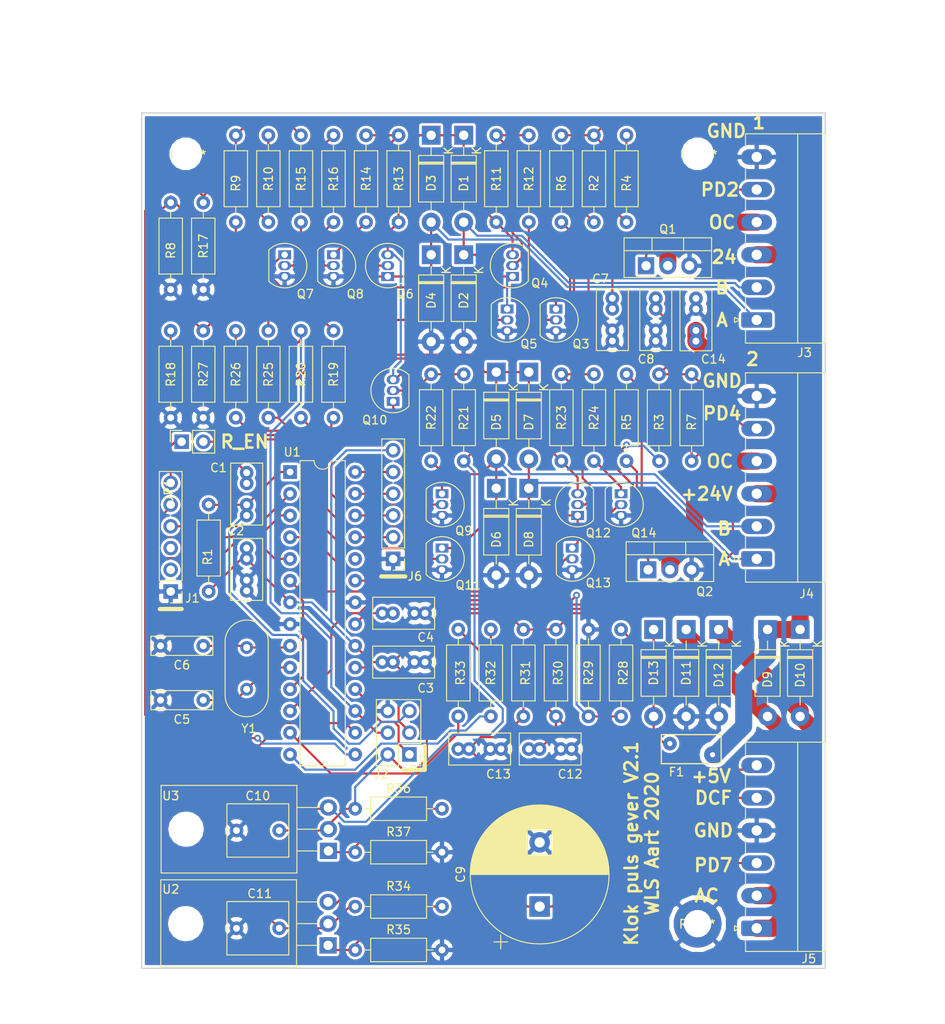
<source format=kicad_pcb>
(kicad_pcb (version 20171130) (host pcbnew "(5.0.1-3-g963ef8bb5)")
  (layers (0 F.Cu signal) (31 B.Cu signal) (34 B.Paste user) (35 F.Paste user) (36 B.SilkS user) (37 F.SilkS user) (38 B.Mask user hide) (39 F.Mask user) (44 Edge.Cuts user))
  (net 0 "")
  (net 1 /!RESET)
  (net 2 /DTR)
  (net 3 +5V)
  (net 4 GND)
  (net 5 "Net-(C4-Pad1)")
  (net 6 "Net-(C5-Pad1)")
  (net 7 "Net-(C6-Pad1)")
  (net 8 "Net-(C7-Pad1)")
  (net 9 "Net-(C8-Pad1)")
  (net 10 +24V)
  (net 11 /H-bridge/OUT_B)
  (net 12 /H-bridge/OUT_A)
  (net 13 /sheet5C259D52/OUT_B)
  (net 14 /sheet5C259D52/OUT_A)
  (net 15 "Net-(D11-Pad1)")
  (net 16 /+24V_LAMPS)
  (net 17 "Net-(D10-Pad2)")
  (net 18 "Net-(J1-Pad2)")
  (net 19 "Net-(J1-Pad3)")
  (net 20 /RXD_MC)
  (net 21 /TXD_MC)
  (net 22 /MISO)
  (net 23 /SCK)
  (net 24 /MOSI-AUX_A)
  (net 25 "Net-(J3-Pad4)")
  (net 26 "Net-(J4-Pad4)")
  (net 27 /BUTTON)
  (net 28 /DCF)
  (net 29 "Net-(Q1-Pad1)")
  (net 30 "Net-(Q2-Pad1)")
  (net 31 "Net-(Q3-Pad2)")
  (net 32 "Net-(Q3-Pad1)")
  (net 33 "Net-(Q4-Pad2)")
  (net 34 "Net-(Q5-Pad2)")
  (net 35 "Net-(Q6-Pad2)")
  (net 36 "Net-(Q7-Pad2)")
  (net 37 "Net-(Q8-Pad1)")
  (net 38 "Net-(Q8-Pad2)")
  (net 39 "Net-(Q9-Pad1)")
  (net 40 "Net-(Q9-Pad2)")
  (net 41 "Net-(Q10-Pad2)")
  (net 42 "Net-(Q11-Pad2)")
  (net 43 "Net-(Q12-Pad2)")
  (net 44 "Net-(Q13-Pad2)")
  (net 45 "Net-(Q14-Pad1)")
  (net 46 "Net-(Q14-Pad2)")
  (net 47 /MAIN_SWITCH)
  (net 48 /AUX_SWITCH)
  (net 49 /MAIN_LAMP)
  (net 50 /AUX_LAMP)
  (net 51 /MAIN_A)
  (net 52 /MAIN_B)
  (net 53 /AUX_B)
  (net 54 /U_SENSE)
  (net 55 "Net-(U1-Pad24)")
  (net 56 "Net-(C12-Pad1)")
  (net 57 "Net-(C13-Pad1)")
  (net 58 /PC2)
  (net 59 /PC3)
  (net 60 /PC4)
  (net 61 /PC5)
  (net 62 "Net-(D13-Pad2)")
  (net 63 "Net-(C9-Pad1)")
  (net 64 "Net-(R34-Pad2)")
  (net 65 "Net-(R36-Pad2)")
  (net 66 "Net-(C1-Pad2)")
  (module MountingHole:MountingHole_3.2mm_M3_DIN965 (layer F.Cu) (at 195 40)
    (fp_text reference REF** (at 0.21 0.132) (layer F.SilkS))
    (fp_text value MountingHole_3.2mm_M3_DIN965)
    (pad 1 np_thru_hole circle (at 0 0) (size 3.2 3.2) (drill 3.2) (layers *.Cu *.Mask))
  )
  (module Resistor_THT:R_Axial_DIN0207_L6.3mm_D2.5mm_P10.16mm_Horizontal (layer F.Cu) (at 137.15 55.864 90)
    (fp_text reference R17 (at 5.08 0.01 90) (layer F.SilkS))
    (fp_text value 10k)
    (pad 1 thru_hole circle (at 0 0 90) (size 1.6 1.6) (drill 0.8) (layers *.Cu *.Mask) (net 4 GND))
    (pad 2 thru_hole oval (at 10.16 0 90) (size 1.6 1.6) (drill 0.8) (layers *.Cu *.Mask) (net 52 /MAIN_B))
  )
  (module Package_DIP:DIP-28_W7.62mm (layer F.Cu) (at 147.31 77.2)
    (fp_text reference U1 (at 0.254 -2.33) (layer F.SilkS))
    (fp_text value ATmega328-PU)
    (pad 1 thru_hole rect (at 0 0) (size 1.6 1.6) (drill 0.8) (layers *.Cu *.Mask) (net 1 /!RESET))
    (pad 15 thru_hole oval (at 7.62 33.02) (size 1.6 1.6) (drill 0.8) (layers *.Cu *.Mask) (net 51 /MAIN_A))
    (pad 2 thru_hole oval (at 0 2.54) (size 1.6 1.6) (drill 0.8) (layers *.Cu *.Mask) (net 20 /RXD_MC))
    (pad 16 thru_hole oval (at 7.62 30.48) (size 1.6 1.6) (drill 0.8) (layers *.Cu *.Mask) (net 52 /MAIN_B))
    (pad 3 thru_hole oval (at 0 5.08) (size 1.6 1.6) (drill 0.8) (layers *.Cu *.Mask) (net 21 /TXD_MC))
    (pad 17 thru_hole oval (at 7.62 27.94) (size 1.6 1.6) (drill 0.8) (layers *.Cu *.Mask) (net 24 /MOSI-AUX_A))
    (pad 4 thru_hole oval (at 0 7.62) (size 1.6 1.6) (drill 0.8) (layers *.Cu *.Mask) (net 47 /MAIN_SWITCH))
    (pad 18 thru_hole oval (at 7.62 25.4) (size 1.6 1.6) (drill 0.8) (layers *.Cu *.Mask) (net 22 /MISO))
    (pad 5 thru_hole oval (at 0 10.16) (size 1.6 1.6) (drill 0.8) (layers *.Cu *.Mask) (net 53 /AUX_B))
    (pad 19 thru_hole oval (at 7.62 22.86) (size 1.6 1.6) (drill 0.8) (layers *.Cu *.Mask) (net 23 /SCK))
    (pad 6 thru_hole oval (at 0 12.7) (size 1.6 1.6) (drill 0.8) (layers *.Cu *.Mask) (net 48 /AUX_SWITCH))
    (pad 20 thru_hole oval (at 7.62 20.32) (size 1.6 1.6) (drill 0.8) (layers *.Cu *.Mask) (net 3 +5V))
    (pad 7 thru_hole oval (at 0 15.24) (size 1.6 1.6) (drill 0.8) (layers *.Cu *.Mask) (net 3 +5V))
    (pad 21 thru_hole oval (at 7.62 17.78) (size 1.6 1.6) (drill 0.8) (layers *.Cu *.Mask) (net 5 "Net-(C4-Pad1)"))
    (pad 8 thru_hole oval (at 0 17.78) (size 1.6 1.6) (drill 0.8) (layers *.Cu *.Mask) (net 4 GND))
    (pad 22 thru_hole oval (at 7.62 15.24) (size 1.6 1.6) (drill 0.8) (layers *.Cu *.Mask) (net 4 GND))
    (pad 9 thru_hole oval (at 0 20.32) (size 1.6 1.6) (drill 0.8) (layers *.Cu *.Mask) (net 7 "Net-(C6-Pad1)"))
    (pad 23 thru_hole oval (at 7.62 12.7) (size 1.6 1.6) (drill 0.8) (layers *.Cu *.Mask) (net 54 /U_SENSE))
    (pad 10 thru_hole oval (at 0 22.86) (size 1.6 1.6) (drill 0.8) (layers *.Cu *.Mask) (net 6 "Net-(C5-Pad1)"))
    (pad 24 thru_hole oval (at 7.62 10.16) (size 1.6 1.6) (drill 0.8) (layers *.Cu *.Mask) (net 55 "Net-(U1-Pad24)"))
    (pad 11 thru_hole oval (at 0 25.4) (size 1.6 1.6) (drill 0.8) (layers *.Cu *.Mask) (net 49 /MAIN_LAMP))
    (pad 25 thru_hole oval (at 7.62 7.62) (size 1.6 1.6) (drill 0.8) (layers *.Cu *.Mask) (net 58 /PC2))
    (pad 12 thru_hole oval (at 0 27.94) (size 1.6 1.6) (drill 0.8) (layers *.Cu *.Mask) (net 50 /AUX_LAMP))
    (pad 26 thru_hole oval (at 7.62 5.08) (size 1.6 1.6) (drill 0.8) (layers *.Cu *.Mask) (net 59 /PC3))
    (pad 13 thru_hole oval (at 0 30.48) (size 1.6 1.6) (drill 0.8) (layers *.Cu *.Mask) (net 27 /BUTTON))
    (pad 27 thru_hole oval (at 7.62 2.54) (size 1.6 1.6) (drill 0.8) (layers *.Cu *.Mask) (net 60 /PC4))
    (pad 14 thru_hole oval (at 0 33.02) (size 1.6 1.6) (drill 0.8) (layers *.Cu *.Mask) (net 28 /DCF))
    (pad 28 thru_hole oval (at 7.62 0) (size 1.6 1.6) (drill 0.8) (layers *.Cu *.Mask) (net 61 /PC5))
  )
  (module Resistor_THT:R_Axial_DIN0207_L6.3mm_D2.5mm_P10.16mm_Horizontal (layer F.Cu) (at 137.785 91.17 90)
    (fp_text reference R1 (at 4.048 -0.117 90) (layer F.SilkS))
    (fp_text value 10k)
    (pad 2 thru_hole oval (at 10.16 0 90) (size 1.6 1.6) (drill 0.8) (layers *.Cu *.Mask) (net 1 /!RESET))
    (pad 1 thru_hole circle (at 0 0 90) (size 1.6 1.6) (drill 0.8) (layers *.Cu *.Mask) (net 3 +5V))
  )
  (module Connector_Phoenix_MC:PhoenixContact_MC_1,5_6-G-3.81_1x06_P3.81mm_Horizontal (layer F.Cu) (at 201.92 59.42 90)
    (fp_text reference J3 (at -3.826 5.598 180) (layer F.SilkS))
    (fp_text value Screw_Terminal_01x06)
    (pad 6 thru_hole oval (at 19.05 0 90) (size 1.8 3.6) (drill 1.2) (layers *.Cu *.Mask) (net 4 GND))
    (pad 5 thru_hole oval (at 15.24 0 90) (size 1.8 3.6) (drill 1.2) (layers *.Cu *.Mask) (net 8 "Net-(C7-Pad1)"))
    (pad 4 thru_hole oval (at 11.43 0 90) (size 1.8 3.6) (drill 1.2) (layers *.Cu *.Mask) (net 25 "Net-(J3-Pad4)"))
    (pad 3 thru_hole oval (at 7.62 0 90) (size 1.8 3.6) (drill 1.2) (layers *.Cu *.Mask) (net 16 /+24V_LAMPS))
    (pad 2 thru_hole oval (at 3.81 0 90) (size 1.8 3.6) (drill 1.2) (layers *.Cu *.Mask) (net 11 /H-bridge/OUT_B))
    (pad 1 thru_hole roundrect (at 0 0 90) (size 1.8 3.6) (drill 1.2) (layers *.Cu *.Mask) (roundrect_rratio 0.138889) (net 12 /H-bridge/OUT_A))
  )
  (module Capacitor_THT:C_Rect_L7.0mm_W3.5mm_P2.50mm_P5.00mm (layer F.Cu) (at 142.23 82.28 90)
    (fp_text reference C1 (at 5.572 -3.292 180) (layer F.SilkS))
    (fp_text value 100n)
    (pad 1 thru_hole circle (at 1.25 0 90) (size 1.6 1.6) (drill 0.8) (layers *.Cu *.Mask) (net 1 /!RESET))
    (pad 2 thru_hole circle (at 3.75 0 90) (size 1.6 1.6) (drill 0.8) (layers *.Cu *.Mask) (net 66 "Net-(C1-Pad2)"))
    (pad 1 thru_hole circle (at 0 0 90) (size 1.6 1.6) (drill 0.8) (layers *.Cu *.Mask) (net 1 /!RESET))
    (pad 2 thru_hole circle (at 5 0 90) (size 1.6 1.6) (drill 0.8) (layers *.Cu *.Mask) (net 66 "Net-(C1-Pad2)"))
  )
  (module Capacitor_THT:C_Rect_L7.0mm_W3.5mm_P2.50mm_P5.00mm (layer F.Cu) (at 142.23 86.09 270)
    (fp_text reference C2 (at -2.016 1.26) (layer F.SilkS))
    (fp_text value 100n)
    (pad 1 thru_hole circle (at 1.25 0 270) (size 1.6 1.6) (drill 0.8) (layers *.Cu *.Mask) (net 3 +5V))
    (pad 2 thru_hole circle (at 3.75 0 270) (size 1.6 1.6) (drill 0.8) (layers *.Cu *.Mask) (net 4 GND))
    (pad 1 thru_hole circle (at 0 0 270) (size 1.6 1.6) (drill 0.8) (layers *.Cu *.Mask) (net 3 +5V))
    (pad 2 thru_hole circle (at 5 0 270) (size 1.6 1.6) (drill 0.8) (layers *.Cu *.Mask) (net 4 GND))
  )
  (module Capacitor_THT:C_Rect_L7.0mm_W3.5mm_P2.50mm_P5.00mm (layer F.Cu) (at 158.105 99.425)
    (fp_text reference C3 (at 5.08 3.048) (layer F.SilkS))
    (fp_text value 100n)
    (pad 2 thru_hole circle (at 5 0) (size 1.6 1.6) (drill 0.8) (layers *.Cu *.Mask) (net 4 GND))
    (pad 1 thru_hole circle (at 0 0) (size 1.6 1.6) (drill 0.8) (layers *.Cu *.Mask) (net 3 +5V))
    (pad 2 thru_hole circle (at 3.75 0) (size 1.6 1.6) (drill 0.8) (layers *.Cu *.Mask) (net 4 GND))
    (pad 1 thru_hole circle (at 1.25 0) (size 1.6 1.6) (drill 0.8) (layers *.Cu *.Mask) (net 3 +5V))
  )
  (module Capacitor_THT:C_Rect_L7.0mm_W3.5mm_P2.50mm_P5.00mm (layer F.Cu) (at 158.105 93.71)
    (fp_text reference C4 (at 5.08 2.81) (layer F.SilkS))
    (fp_text value 100n)
    (pad 1 thru_hole circle (at 1.25 0) (size 1.6 1.6) (drill 0.8) (layers *.Cu *.Mask) (net 5 "Net-(C4-Pad1)"))
    (pad 2 thru_hole circle (at 3.75 0) (size 1.6 1.6) (drill 0.8) (layers *.Cu *.Mask) (net 4 GND))
    (pad 1 thru_hole circle (at 0 0) (size 1.6 1.6) (drill 0.8) (layers *.Cu *.Mask) (net 5 "Net-(C4-Pad1)"))
    (pad 2 thru_hole circle (at 5 0) (size 1.6 1.6) (drill 0.8) (layers *.Cu *.Mask) (net 4 GND))
  )
  (module Capacitor_THT:C_Rect_L7.0mm_W2.0mm_P5.00mm (layer F.Cu) (at 137.15 103.87 180)
    (fp_text reference C5 (at 2.5 -2.25 180) (layer F.SilkS))
    (fp_text value "12 pF")
    (pad 2 thru_hole circle (at 5 0 180) (size 1.6 1.6) (drill 0.8) (layers *.Cu *.Mask) (net 4 GND))
    (pad 1 thru_hole circle (at 0 0 180) (size 1.6 1.6) (drill 0.8) (layers *.Cu *.Mask) (net 6 "Net-(C5-Pad1)"))
  )
  (module Capacitor_THT:C_Rect_L7.0mm_W2.0mm_P5.00mm (layer F.Cu) (at 137.15 97.52 180)
    (fp_text reference C6 (at 2.5 -2.25 180) (layer F.SilkS))
    (fp_text value "12 pF")
    (pad 1 thru_hole circle (at 0 0 180) (size 1.6 1.6) (drill 0.8) (layers *.Cu *.Mask) (net 7 "Net-(C6-Pad1)"))
    (pad 2 thru_hole circle (at 5 0 180) (size 1.6 1.6) (drill 0.8) (layers *.Cu *.Mask) (net 4 GND))
  )
  (module Capacitor_THT:C_Rect_L7.0mm_W3.5mm_P2.50mm_P5.00mm (layer F.Cu) (at 185.029 56.88 270)
    (fp_text reference C7 (at -2.27 1.387) (layer F.SilkS))
    (fp_text value 10n)
    (pad 1 thru_hole circle (at 1.25 0 270) (size 1.6 1.6) (drill 0.8) (layers *.Cu *.Mask) (net 8 "Net-(C7-Pad1)"))
    (pad 2 thru_hole circle (at 3.75 0 270) (size 1.6 1.6) (drill 0.8) (layers *.Cu *.Mask) (net 4 GND))
    (pad 1 thru_hole circle (at 0 0 270) (size 1.6 1.6) (drill 0.8) (layers *.Cu *.Mask) (net 8 "Net-(C7-Pad1)"))
    (pad 2 thru_hole circle (at 5 0 270) (size 1.6 1.6) (drill 0.8) (layers *.Cu *.Mask) (net 4 GND))
  )
  (module Capacitor_THT:C_Rect_L7.0mm_W3.5mm_P2.50mm_P5.00mm (layer F.Cu) (at 190.109 56.88 270)
    (fp_text reference C8 (at 7.128 1.133) (layer F.SilkS))
    (fp_text value 10n)
    (pad 2 thru_hole circle (at 5 0 270) (size 1.6 1.6) (drill 0.8) (layers *.Cu *.Mask) (net 4 GND))
    (pad 1 thru_hole circle (at 0 0 270) (size 1.6 1.6) (drill 0.8) (layers *.Cu *.Mask) (net 9 "Net-(C8-Pad1)"))
    (pad 2 thru_hole circle (at 3.75 0 270) (size 1.6 1.6) (drill 0.8) (layers *.Cu *.Mask) (net 4 GND))
    (pad 1 thru_hole circle (at 1.25 0 270) (size 1.6 1.6) (drill 0.8) (layers *.Cu *.Mask) (net 9 "Net-(C8-Pad1)"))
  )
  (module Capacitor_THT:C_Rect_L7.0mm_W6.0mm_P5.00mm (layer F.Cu) (at 146.04 130.54 180)
    (fp_text reference C11 (at 2.276 4.048 180) (layer F.SilkS))
    (fp_text value "1 uF")
    (pad 1 thru_hole circle (at 0 0 180) (size 1.6 1.6) (drill 0.8) (layers *.Cu *.Mask) (net 10 +24V))
    (pad 2 thru_hole circle (at 5 0 180) (size 1.6 1.6) (drill 0.8) (layers *.Cu *.Mask) (net 4 GND))
  )
  (module Diode_THT:D_DO-41_SOD81_P10.16mm_Horizontal (layer F.Cu) (at 203.19 95.615 270)
    (fp_text reference D9 (at 5.842 0 270) (layer F.SilkS))
    (fp_text value 1N4007)
    (fp_text user K (at 1.667 -2.042 270) (layer F.SilkS))
    (pad 2 thru_hole oval (at 10.16 0 270) (size 2.2 2.2) (drill 1.1) (layers *.Cu *.Mask) (net 15 "Net-(D11-Pad1)"))
    (pad 1 thru_hole rect (at 0 0 270) (size 2.2 2.2) (drill 1.1) (layers *.Cu *.Mask) (net 16 /+24V_LAMPS))
  )
  (module Diode_THT:D_DO-41_SOD81_P10.16mm_Horizontal (layer F.Cu) (at 207 95.615 270)
    (fp_text reference D10 (at 5.334 0 270) (layer F.SilkS))
    (fp_text value 1N4007)
    (fp_text user K (at 1.667 -2.042 270) (layer F.SilkS))
    (pad 2 thru_hole oval (at 10.16 0 270) (size 2.2 2.2) (drill 1.1) (layers *.Cu *.Mask) (net 17 "Net-(D10-Pad2)"))
    (pad 1 thru_hole rect (at 0 0 270) (size 2.2 2.2) (drill 1.1) (layers *.Cu *.Mask) (net 16 /+24V_LAMPS))
  )
  (module Diode_THT:D_DO-41_SOD81_P10.16mm_Horizontal (layer F.Cu) (at 193.665 95.615 270)
    (fp_text reference D11 (at 5.08 0 270) (layer F.SilkS))
    (fp_text value 1N4007)
    (fp_text user K (at 1.667 -1.915 270) (layer F.SilkS))
    (pad 2 thru_hole oval (at 10.16 0 270) (size 2.2 2.2) (drill 1.1) (layers *.Cu *.Mask) (net 4 GND))
    (pad 1 thru_hole rect (at 0 0 270) (size 2.2 2.2) (drill 1.1) (layers *.Cu *.Mask) (net 15 "Net-(D11-Pad1)"))
  )
  (module Diode_THT:D_DO-41_SOD81_P10.16mm_Horizontal (layer F.Cu) (at 197.475 95.615 270)
    (fp_text reference D12 (at 5.334 0 270) (layer F.SilkS))
    (fp_text value 1N4007)
    (fp_text user K (at 1.667 -2.1 270) (layer F.SilkS))
    (pad 1 thru_hole rect (at 0 0 270) (size 2.2 2.2) (drill 1.1) (layers *.Cu *.Mask) (net 17 "Net-(D10-Pad2)"))
    (pad 2 thru_hole oval (at 10.16 0 270) (size 2.2 2.2) (drill 1.1) (layers *.Cu *.Mask) (net 4 GND))
  )
  (module Diode_THT:D_DO-41_SOD81_P10.16mm_Horizontal (layer F.Cu) (at 189.855 95.615 270)
    (fp_text reference D13 (at 5.08 0 270) (layer F.SilkS))
    (fp_text value 1N4007)
    (fp_text user K (at 1.667 -1.915 270) (layer F.SilkS))
    (pad 1 thru_hole rect (at 0 0 270) (size 2.2 2.2) (drill 1.1) (layers *.Cu *.Mask) (net 63 "Net-(C9-Pad1)"))
    (pad 2 thru_hole oval (at 10.16 0 270) (size 2.2 2.2) (drill 1.1) (layers *.Cu *.Mask) (net 62 "Net-(D13-Pad2)"))
  )
  (module Connector_PinHeader_2.54mm:PinHeader_1x06_P2.54mm_Vertical (layer F.Cu) (at 133.34 91.17 180)
    (fp_text reference J1 (at -2.55 -0.778 180) (layer F.SilkS))
    (fp_text value SERIAL)
    (pad 1 thru_hole rect (at 0 0 180) (size 1.7 1.7) (drill 1) (layers *.Cu *.Mask) (net 4 GND))
    (pad 2 thru_hole oval (at 0 2.54 180) (size 1.7 1.7) (drill 1) (layers *.Cu *.Mask) (net 18 "Net-(J1-Pad2)"))
    (pad 3 thru_hole oval (at 0 5.08 180) (size 1.7 1.7) (drill 1) (layers *.Cu *.Mask) (net 19 "Net-(J1-Pad3)"))
    (pad 4 thru_hole oval (at 0 7.62 180) (size 1.7 1.7) (drill 1) (layers *.Cu *.Mask) (net 20 /RXD_MC))
    (pad 5 thru_hole oval (at 0 10.16 180) (size 1.7 1.7) (drill 1) (layers *.Cu *.Mask) (net 21 /TXD_MC))
    (pad 6 thru_hole oval (at 0 12.7 180) (size 1.7 1.7) (drill 1) (layers *.Cu *.Mask) (net 2 /DTR))
  )
  (module Connector_PinHeader_2.54mm:PinHeader_2x03_P2.54mm_Vertical (layer F.Cu) (at 161.28 110.22 180)
    (fp_text reference J2 (at 3.292 -2.302 180) (layer F.SilkS))
    (fp_text value ICSP)
    (pad 1 thru_hole rect (at 0 0 180) (size 1.7 1.7) (drill 1) (layers *.Cu *.Mask) (net 22 /MISO))
    (pad 2 thru_hole oval (at 2.54 0 180) (size 1.7 1.7) (drill 1) (layers *.Cu *.Mask) (net 3 +5V))
    (pad 3 thru_hole oval (at 0 2.54 180) (size 1.7 1.7) (drill 1) (layers *.Cu *.Mask) (net 23 /SCK))
    (pad 4 thru_hole oval (at 2.54 2.54 180) (size 1.7 1.7) (drill 1) (layers *.Cu *.Mask) (net 24 /MOSI-AUX_A))
    (pad 5 thru_hole oval (at 0 5.08 180) (size 1.7 1.7) (drill 1) (layers *.Cu *.Mask) (net 1 /!RESET))
    (pad 6 thru_hole oval (at 2.54 5.08 180) (size 1.7 1.7) (drill 1) (layers *.Cu *.Mask) (net 4 GND))
  )
  (module Connector_Phoenix_MC:PhoenixContact_MC_1,5_6-G-3.81_1x06_P3.81mm_Horizontal (layer F.Cu) (at 201.92 87.36 90)
    (fp_text reference J4 (at -4.08 5.852 180) (layer F.SilkS))
    (fp_text value Screw_Terminal_01x06)
    (pad 1 thru_hole roundrect (at 0 0 90) (size 1.8 3.6) (drill 1.2) (layers *.Cu *.Mask) (roundrect_rratio 0.138889) (net 14 /sheet5C259D52/OUT_A))
    (pad 2 thru_hole oval (at 3.81 0 90) (size 1.8 3.6) (drill 1.2) (layers *.Cu *.Mask) (net 13 /sheet5C259D52/OUT_B))
    (pad 3 thru_hole oval (at 7.62 0 90) (size 1.8 3.6) (drill 1.2) (layers *.Cu *.Mask) (net 16 /+24V_LAMPS))
    (pad 4 thru_hole oval (at 11.43 0 90) (size 1.8 3.6) (drill 1.2) (layers *.Cu *.Mask) (net 26 "Net-(J4-Pad4)"))
    (pad 5 thru_hole oval (at 15.24 0 90) (size 1.8 3.6) (drill 1.2) (layers *.Cu *.Mask) (net 9 "Net-(C8-Pad1)"))
    (pad 6 thru_hole oval (at 19.05 0 90) (size 1.8 3.6) (drill 1.2) (layers *.Cu *.Mask) (net 4 GND))
  )
  (module Connector_Phoenix_MC:PhoenixContact_MC_1,5_6-G-3.81_1x06_P3.81mm_Horizontal (layer F.Cu) (at 201.92 130.54 90)
    (fp_text reference J5 (at -3.572 6.106 180) (layer F.SilkS))
    (fp_text value power)
    (pad 1 thru_hole roundrect (at 0 0 90) (size 1.8 3.6) (drill 1.2) (layers *.Cu *.Mask) (roundrect_rratio 0.138889) (net 17 "Net-(D10-Pad2)"))
    (pad 2 thru_hole oval (at 3.81 0 90) (size 1.8 3.6) (drill 1.2) (layers *.Cu *.Mask) (net 15 "Net-(D11-Pad1)"))
    (pad 3 thru_hole oval (at 7.62 0 90) (size 1.8 3.6) (drill 1.2) (layers *.Cu *.Mask) (net 57 "Net-(C13-Pad1)"))
    (pad 4 thru_hole oval (at 11.43 0 90) (size 1.8 3.6) (drill 1.2) (layers *.Cu *.Mask) (net 4 GND))
    (pad 5 thru_hole oval (at 15.24 0 90) (size 1.8 3.6) (drill 1.2) (layers *.Cu *.Mask) (net 56 "Net-(C12-Pad1)"))
    (pad 6 thru_hole oval (at 19.05 0 90) (size 1.8 3.6) (drill 1.2) (layers *.Cu *.Mask) (net 3 +5V))
  )
  (module Package_TO_SOT_THT:TO-220-3_Vertical (layer F.Cu) (at 188.976 53.086)
    (fp_text reference Q1 (at 2.54 -4.27) (layer F.SilkS))
    (fp_text value BUZ10)
    (pad 1 thru_hole rect (at 0 0) (size 1.905 2) (drill 1.1) (layers *.Cu *.Mask) (net 29 "Net-(Q1-Pad1)"))
    (pad 2 thru_hole oval (at 2.54 0) (size 1.905 2) (drill 1.1) (layers *.Cu *.Mask) (net 25 "Net-(J3-Pad4)"))
    (pad 3 thru_hole oval (at 5.08 0) (size 1.905 2) (drill 1.1) (layers *.Cu *.Mask) (net 4 GND))
  )
  (module Package_TO_SOT_THT:TO-220-3_Vertical (layer F.Cu) (at 189.22 88.63)
    (fp_text reference Q2 (at 6.614 2.556 -180) (layer F.SilkS))
    (fp_text value BUZ10)
    (pad 3 thru_hole oval (at 5.08 0) (size 1.905 2) (drill 1.1) (layers *.Cu *.Mask) (net 4 GND))
    (pad 2 thru_hole oval (at 2.54 0) (size 1.905 2) (drill 1.1) (layers *.Cu *.Mask) (net 26 "Net-(J4-Pad4)"))
    (pad 1 thru_hole rect (at 0 0) (size 1.905 2) (drill 1.1) (layers *.Cu *.Mask) (net 30 "Net-(Q2-Pad1)"))
  )
  (module Resistor_THT:R_Axial_DIN0207_L6.3mm_D2.5mm_P10.16mm_Horizontal (layer F.Cu) (at 182.87 47.99 90)
    (fp_text reference R2 (at 4.556 0.01 90) (layer F.SilkS))
    (fp_text value 100)
    (pad 2 thru_hole oval (at 10.16 0 90) (size 1.6 1.6) (drill 0.8) (layers *.Cu *.Mask) (net 8 "Net-(C7-Pad1)"))
    (pad 1 thru_hole circle (at 0 0 90) (size 1.6 1.6) (drill 0.8) (layers *.Cu *.Mask) (net 47 /MAIN_SWITCH))
  )
  (module Resistor_THT:R_Axial_DIN0207_L6.3mm_D2.5mm_P10.16mm_Horizontal (layer F.Cu) (at 190.49 75.93 90)
    (fp_text reference R3 (at 4.556 0.01 90) (layer F.SilkS))
    (fp_text value 100)
    (pad 2 thru_hole oval (at 10.16 0 90) (size 1.6 1.6) (drill 0.8) (layers *.Cu *.Mask) (net 9 "Net-(C8-Pad1)"))
    (pad 1 thru_hole circle (at 0 0 90) (size 1.6 1.6) (drill 0.8) (layers *.Cu *.Mask) (net 48 /AUX_SWITCH))
  )
  (module Resistor_THT:R_Axial_DIN0207_L6.3mm_D2.5mm_P10.16mm_Horizontal (layer F.Cu) (at 186.68 37.83 270)
    (fp_text reference R4 (at 5.604 -0.01 270) (layer F.SilkS))
    (fp_text value 100)
    (pad 2 thru_hole oval (at 10.16 0 270) (size 1.6 1.6) (drill 0.8) (layers *.Cu *.Mask) (net 49 /MAIN_LAMP))
    (pad 1 thru_hole circle (at 0 0 270) (size 1.6 1.6) (drill 0.8) (layers *.Cu *.Mask) (net 29 "Net-(Q1-Pad1)"))
  )
  (module Resistor_THT:R_Axial_DIN0207_L6.3mm_D2.5mm_P10.16mm_Horizontal (layer F.Cu) (at 186.68 65.77 270)
    (fp_text reference R5 (at 5.604 -0.01 270) (layer F.SilkS))
    (fp_text value 100)
    (pad 2 thru_hole oval (at 10.16 0 270) (size 1.6 1.6) (drill 0.8) (layers *.Cu *.Mask) (net 50 /AUX_LAMP))
    (pad 1 thru_hole circle (at 0 0 270) (size 1.6 1.6) (drill 0.8) (layers *.Cu *.Mask) (net 30 "Net-(Q2-Pad1)"))
  )
  (module Resistor_THT:R_Axial_DIN0207_L6.3mm_D2.5mm_P10.16mm_Horizontal (layer F.Cu) (at 179.06 37.83 270)
    (fp_text reference R6 (at 5.604 -0.01 270) (layer F.SilkS))
    (fp_text value 1k)
    (pad 1 thru_hole circle (at 0 0 270) (size 1.6 1.6) (drill 0.8) (layers *.Cu *.Mask) (net 8 "Net-(C7-Pad1)"))
    (pad 2 thru_hole oval (at 10.16 0 270) (size 1.6 1.6) (drill 0.8) (layers *.Cu *.Mask) (net 3 +5V))
  )
  (module Resistor_THT:R_Axial_DIN0207_L6.3mm_D2.5mm_P10.16mm_Horizontal (layer F.Cu) (at 194.3 65.77 270)
    (fp_text reference R7 (at 5.604 -0.01 270) (layer F.SilkS))
    (fp_text value 1k)
    (pad 1 thru_hole circle (at 0 0 270) (size 1.6 1.6) (drill 0.8) (layers *.Cu *.Mask) (net 9 "Net-(C8-Pad1)"))
    (pad 2 thru_hole oval (at 10.16 0 270) (size 1.6 1.6) (drill 0.8) (layers *.Cu *.Mask) (net 3 +5V))
  )
  (module Resistor_THT:R_Axial_DIN0207_L6.3mm_D2.5mm_P10.16mm_Horizontal (layer F.Cu) (at 186.045 95.615 270)
    (fp_text reference R28 (at 5.08 -0.254 270) (layer F.SilkS))
    (fp_text value 10k)
    (pad 1 thru_hole circle (at 0 0 270) (size 1.6 1.6) (drill 0.8) (layers *.Cu *.Mask) (net 62 "Net-(D13-Pad2)"))
    (pad 2 thru_hole oval (at 10.16 0 270) (size 1.6 1.6) (drill 0.8) (layers *.Cu *.Mask) (net 54 /U_SENSE))
  )
  (module Resistor_THT:R_Axial_DIN0207_L6.3mm_D2.5mm_P10.16mm_Horizontal (layer F.Cu) (at 182.235 105.775 90)
    (fp_text reference R29 (at 5.08 0 90) (layer F.SilkS))
    (fp_text value 1k)
    (pad 2 thru_hole oval (at 10.16 0 90) (size 1.6 1.6) (drill 0.8) (layers *.Cu *.Mask) (net 4 GND))
    (pad 1 thru_hole circle (at 0 0 90) (size 1.6 1.6) (drill 0.8) (layers *.Cu *.Mask) (net 54 /U_SENSE))
  )
  (module Resistor_THT:R_Axial_DIN0207_L6.3mm_D2.5mm_P10.16mm_Horizontal (layer F.Cu) (at 178.425 95.615 270)
    (fp_text reference R30 (at 5.08 -0.254 270) (layer F.SilkS))
    (fp_text value 4k7)
    (pad 2 thru_hole oval (at 10.16 0 270) (size 1.6 1.6) (drill 0.8) (layers *.Cu *.Mask) (net 56 "Net-(C12-Pad1)"))
    (pad 1 thru_hole circle (at 0 0 270) (size 1.6 1.6) (drill 0.8) (layers *.Cu *.Mask) (net 3 +5V))
  )
  (module Resistor_THT:R_Axial_DIN0207_L6.3mm_D2.5mm_P10.16mm_Horizontal (layer F.Cu) (at 174.615 95.615 270)
    (fp_text reference R31 (at 5.08 -0.254 270) (layer F.SilkS))
    (fp_text value 4k7)
    (pad 1 thru_hole circle (at 0 0 270) (size 1.6 1.6) (drill 0.8) (layers *.Cu *.Mask) (net 3 +5V))
    (pad 2 thru_hole oval (at 10.16 0 270) (size 1.6 1.6) (drill 0.8) (layers *.Cu *.Mask) (net 57 "Net-(C13-Pad1)"))
  )
  (module Crystal:Crystal_HC49-U_Vertical (layer F.Cu) (at 142.23 102.6 90)
    (fp_text reference Y1 (at -4.588 0.264) (layer F.SilkS))
    (fp_text value "12 MHz")
    (pad 1 thru_hole circle (at 0 0 90) (size 1.5 1.5) (drill 0.8) (layers *.Cu *.Mask) (net 6 "Net-(C5-Pad1)"))
    (pad 2 thru_hole circle (at 4.88 0 90) (size 1.5 1.5) (drill 0.8) (layers *.Cu *.Mask) (net 7 "Net-(C6-Pad1)"))
  )
  (module Capacitor_THT:C_Rect_L7.0mm_W3.5mm_P2.50mm_P5.00mm (layer F.Cu) (at 175.25 109.585)
    (fp_text reference C12 (at 4.836 2.937) (layer F.SilkS))
    (fp_text value 10n)
    (pad 1 thru_hole circle (at 1.25 0) (size 1.6 1.6) (drill 0.8) (layers *.Cu *.Mask) (net 56 "Net-(C12-Pad1)"))
    (pad 2 thru_hole circle (at 3.75 0) (size 1.6 1.6) (drill 0.8) (layers *.Cu *.Mask) (net 4 GND))
    (pad 1 thru_hole circle (at 0 0) (size 1.6 1.6) (drill 0.8) (layers *.Cu *.Mask) (net 56 "Net-(C12-Pad1)"))
    (pad 2 thru_hole circle (at 5 0) (size 1.6 1.6) (drill 0.8) (layers *.Cu *.Mask) (net 4 GND))
  )
  (module Capacitor_THT:C_Rect_L7.0mm_W3.5mm_P2.50mm_P5.00mm (layer F.Cu) (at 166.995 109.585)
    (fp_text reference C13 (at 4.709 2.937) (layer F.SilkS))
    (fp_text value 10n)
    (pad 2 thru_hole circle (at 5 0) (size 1.6 1.6) (drill 0.8) (layers *.Cu *.Mask) (net 4 GND))
    (pad 1 thru_hole circle (at 0 0) (size 1.6 1.6) (drill 0.8) (layers *.Cu *.Mask) (net 57 "Net-(C13-Pad1)"))
    (pad 2 thru_hole circle (at 3.75 0) (size 1.6 1.6) (drill 0.8) (layers *.Cu *.Mask) (net 4 GND))
    (pad 1 thru_hole circle (at 1.25 0) (size 1.6 1.6) (drill 0.8) (layers *.Cu *.Mask) (net 57 "Net-(C13-Pad1)"))
  )
  (module Resistor_THT:R_Axial_DIN0207_L6.3mm_D2.5mm_P10.16mm_Horizontal (layer F.Cu) (at 170.805 105.775 90)
    (fp_text reference R32 (at 5.08 0 90) (layer F.SilkS))
    (fp_text value 100)
    (pad 2 thru_hole oval (at 10.16 0 90) (size 1.6 1.6) (drill 0.8) (layers *.Cu *.Mask) (net 56 "Net-(C12-Pad1)"))
    (pad 1 thru_hole circle (at 0 0 90) (size 1.6 1.6) (drill 0.8) (layers *.Cu *.Mask) (net 28 /DCF))
  )
  (module Resistor_THT:R_Axial_DIN0207_L6.3mm_D2.5mm_P10.16mm_Horizontal (layer F.Cu) (at 166.995 105.775 90)
    (fp_text reference R33 (at 5.08 0.254 90) (layer F.SilkS))
    (fp_text value 100)
    (pad 1 thru_hole circle (at 0 0 90) (size 1.6 1.6) (drill 0.8) (layers *.Cu *.Mask) (net 27 /BUTTON))
    (pad 2 thru_hole oval (at 10.16 0 90) (size 1.6 1.6) (drill 0.8) (layers *.Cu *.Mask) (net 57 "Net-(C13-Pad1)"))
  )
  (module Capacitor_THT:C_Rect_L7.0mm_W3.5mm_P2.50mm_P5.00mm (layer F.Cu) (at 194.808 56.9 270)
    (fp_text reference C14 (at 7.108 -2.042) (layer F.SilkS))
    (fp_text value 100n)
    (pad 1 thru_hole circle (at 1.25 0 270) (size 1.6 1.6) (drill 0.8) (layers *.Cu *.Mask) (net 4 GND))
    (pad 2 thru_hole circle (at 3.75 0 270) (size 1.6 1.6) (drill 0.8) (layers *.Cu *.Mask) (net 16 /+24V_LAMPS))
    (pad 1 thru_hole circle (at 0 0 270) (size 1.6 1.6) (drill 0.8) (layers *.Cu *.Mask) (net 4 GND))
    (pad 2 thru_hole circle (at 5 0 270) (size 1.6 1.6) (drill 0.8) (layers *.Cu *.Mask) (net 16 /+24V_LAMPS))
  )
  (module Connector_PinHeader_2.54mm:PinHeader_1x06_P2.54mm_Vertical (layer F.Cu) (at 159.375 87.36 180)
    (fp_text reference J6 (at -2.54 -2.032 180) (layer F.SilkS))
    (fp_text value PC)
    (pad 1 thru_hole rect (at 0 0 180) (size 1.7 1.7) (drill 1) (layers *.Cu *.Mask) (net 4 GND))
    (pad 2 thru_hole oval (at 0 2.54 180) (size 1.7 1.7) (drill 1) (layers *.Cu *.Mask) (net 58 /PC2))
    (pad 3 thru_hole oval (at 0 5.08 180) (size 1.7 1.7) (drill 1) (layers *.Cu *.Mask) (net 59 /PC3))
    (pad 4 thru_hole oval (at 0 7.62 180) (size 1.7 1.7) (drill 1) (layers *.Cu *.Mask) (net 60 /PC4))
    (pad 5 thru_hole oval (at 0 10.16 180) (size 1.7 1.7) (drill 1) (layers *.Cu *.Mask) (net 61 /PC5))
    (pad 6 thru_hole oval (at 0 12.7 180) (size 1.7 1.7) (drill 1) (layers *.Cu *.Mask) (net 3 +5V))
  )
  (module Varistor:RV_Disc_D7mm_W3.4mm_P5mm (layer F.Cu) (at 191.76 108.95)
    (fp_text reference F1 (at 0.772 3.318) (layer F.SilkS))
    (fp_text value Polyfuse)
    (pad 1 thru_hole circle (at 0 0) (size 1.6 1.6) (drill 0.6) (layers *.Cu *.Mask) (net 62 "Net-(D13-Pad2)"))
    (pad 2 thru_hole circle (at 5 1.3) (size 1.6 1.6) (drill 0.6) (layers *.Cu *.Mask) (net 16 /+24V_LAMPS))
  )
  (module Resistor_THT:R_Axial_DIN0207_L6.3mm_D2.5mm_P10.16mm_Horizontal (layer F.Cu) (at 154.93 128)
    (fp_text reference R34 (at 5.08 -2.37) (layer F.SilkS))
    (fp_text value 10k)
    (pad 2 thru_hole oval (at 10.16 0) (size 1.6 1.6) (drill 0.8) (layers *.Cu *.Mask) (net 64 "Net-(R34-Pad2)"))
    (pad 1 thru_hole circle (at 0 0) (size 1.6 1.6) (drill 0.8) (layers *.Cu *.Mask) (net 10 +24V))
  )
  (module Resistor_THT:R_Axial_DIN0207_L6.3mm_D2.5mm_P10.16mm_Horizontal (layer F.Cu) (at 154.93 133.08)
    (fp_text reference R35 (at 5.08 -2.37) (layer F.SilkS))
    (fp_text value 10k)
    (pad 1 thru_hole circle (at 0 0) (size 1.6 1.6) (drill 0.8) (layers *.Cu *.Mask) (net 64 "Net-(R34-Pad2)"))
    (pad 2 thru_hole oval (at 10.16 0) (size 1.6 1.6) (drill 0.8) (layers *.Cu *.Mask) (net 4 GND))
  )
  (module Resistor_THT:R_Axial_DIN0207_L6.3mm_D2.5mm_P10.16mm_Horizontal (layer F.Cu) (at 154.93 116.57)
    (fp_text reference R36 (at 5.08 -2.37) (layer F.SilkS))
    (fp_text value 10k)
    (pad 1 thru_hole circle (at 0 0) (size 1.6 1.6) (drill 0.8) (layers *.Cu *.Mask) (net 3 +5V))
    (pad 2 thru_hole oval (at 10.16 0) (size 1.6 1.6) (drill 0.8) (layers *.Cu *.Mask) (net 65 "Net-(R36-Pad2)"))
  )
  (module Resistor_THT:R_Axial_DIN0207_L6.3mm_D2.5mm_P10.16mm_Horizontal (layer F.Cu) (at 154.93 121.65)
    (fp_text reference R37 (at 5.08 -2.37) (layer F.SilkS))
    (fp_text value 10k)
    (pad 2 thru_hole oval (at 10.16 0) (size 1.6 1.6) (drill 0.8) (layers *.Cu *.Mask) (net 4 GND))
    (pad 1 thru_hole circle (at 0 0) (size 1.6 1.6) (drill 0.8) (layers *.Cu *.Mask) (net 65 "Net-(R36-Pad2)"))
  )
  (module Package_TO_SOT_THT:TO-220-3_Horizontal_TabDown (layer F.Cu) (at 151.8 121.5 90)
    (fp_text reference U3 (at 6.438 -18.45 180) (layer F.SilkS))
    (fp_text value LM317_3PinPackage)
    (pad "" np_thru_hole oval (at 2.54 -16.66 90) (size 3.5 3.5) (drill 3.5) (layers *.Cu *.Mask))
    (pad 1 thru_hole rect (at 0 0 90) (size 1.905 2) (drill 1.1) (layers *.Cu *.Mask) (net 65 "Net-(R36-Pad2)"))
    (pad 2 thru_hole oval (at 2.54 0 90) (size 1.905 2) (drill 1.1) (layers *.Cu *.Mask) (net 3 +5V))
    (pad 3 thru_hole oval (at 5.08 0 90) (size 1.905 2) (drill 1.1) (layers *.Cu *.Mask) (net 10 +24V))
  )
  (module Capacitor_THT:C_Rect_L7.0mm_W6.0mm_P5.00mm (layer F.Cu) (at 146.04 119.11 180)
    (fp_text reference C10 (at 2.5 4.048 180) (layer F.SilkS))
    (fp_text value "10 uF")
    (pad 1 thru_hole circle (at 0 0 180) (size 1.6 1.6) (drill 0.8) (layers *.Cu *.Mask) (net 3 +5V))
    (pad 2 thru_hole circle (at 5 0 180) (size 1.6 1.6) (drill 0.8) (layers *.Cu *.Mask) (net 4 GND))
  )
  (module Package_TO_SOT_THT:TO-220-3_Horizontal_TabDown (layer F.Cu) (at 151.76 132.54 90)
    (fp_text reference U2 (at 6.556 -18.41 180) (layer F.SilkS))
    (fp_text value LM317_3PinPackage)
    (pad "" np_thru_hole oval (at 2.54 -16.66 90) (size 3.5 3.5) (drill 3.5) (layers *.Cu *.Mask))
    (pad 1 thru_hole rect (at 0 0 90) (size 1.905 2) (drill 1.1) (layers *.Cu *.Mask) (net 64 "Net-(R34-Pad2)"))
    (pad 2 thru_hole oval (at 2.54 0 90) (size 1.905 2) (drill 1.1) (layers *.Cu *.Mask) (net 10 +24V))
    (pad 3 thru_hole oval (at 5.08 0 90) (size 1.905 2) (drill 1.1) (layers *.Cu *.Mask) (net 63 "Net-(C9-Pad1)"))
  )
  (module Capacitor_THT:CP_Radial_D16.0mm_P7.50mm (layer F.Cu) (at 176.52 128 90)
    (fp_text reference C9 (at 3.75 -9.25 90) (layer F.SilkS))
    (fp_text value "1000 uF ")
    (pad 1 thru_hole rect (at 0 0 90) (size 2.4 2.4) (drill 1.2) (layers *.Cu *.Mask) (net 63 "Net-(C9-Pad1)"))
    (pad 2 thru_hole circle (at 7.5 0 90) (size 2.4 2.4) (drill 1.2) (layers *.Cu *.Mask) (net 4 GND))
  )
  (module Package_TO_SOT_THT:TO-92_Inline (layer F.Cu) (at 178.425 58.15 270)
    (fp_text reference Q3 (at 4.08 -2.931) (layer F.SilkS))
    (fp_text value BC547)
    (pad 1 thru_hole rect (at 0 0 270) (size 1.05 1.5) (drill 0.75) (layers *.Cu *.Mask) (net 32 "Net-(Q3-Pad1)"))
    (pad 3 thru_hole oval (at 2.54 0 270) (size 1.05 1.5) (drill 0.75) (layers *.Cu *.Mask) (net 4 GND))
    (pad 2 thru_hole oval (at 1.27 0 270) (size 1.05 1.5) (drill 0.75) (layers *.Cu *.Mask) (net 31 "Net-(Q3-Pad2)"))
  )
  (module Package_TO_SOT_THT:TO-92_Inline (layer F.Cu) (at 173.345 54.34 90)
    (fp_text reference Q4 (at -0.778 3.185 180) (layer F.SilkS))
    (fp_text value BC557)
    (pad 2 thru_hole oval (at 1.27 0 90) (size 1.05 1.5) (drill 0.75) (layers *.Cu *.Mask) (net 33 "Net-(Q4-Pad2)"))
    (pad 3 thru_hole oval (at 2.54 0 90) (size 1.05 1.5) (drill 0.75) (layers *.Cu *.Mask) (net 10 +24V))
    (pad 1 thru_hole rect (at 0 0 90) (size 1.05 1.5) (drill 0.75) (layers *.Cu *.Mask) (net 11 /H-bridge/OUT_B))
  )
  (module Package_TO_SOT_THT:TO-92_Inline (layer F.Cu) (at 172.71 58.15 270)
    (fp_text reference Q5 (at 4.08 -2.55) (layer F.SilkS))
    (fp_text value BC547)
    (pad 1 thru_hole rect (at 0 0 270) (size 1.05 1.5) (drill 0.75) (layers *.Cu *.Mask) (net 11 /H-bridge/OUT_B))
    (pad 3 thru_hole oval (at 2.54 0 270) (size 1.05 1.5) (drill 0.75) (layers *.Cu *.Mask) (net 4 GND))
    (pad 2 thru_hole oval (at 1.27 0 270) (size 1.05 1.5) (drill 0.75) (layers *.Cu *.Mask) (net 34 "Net-(Q5-Pad2)"))
  )
  (module Package_TO_SOT_THT:TO-92_Inline (layer F.Cu) (at 158.74 54.34 90)
    (fp_text reference Q6 (at -2.048 2.042 180) (layer F.SilkS))
    (fp_text value BC557)
    (pad 1 thru_hole rect (at 0 0 90) (size 1.05 1.5) (drill 0.75) (layers *.Cu *.Mask) (net 12 /H-bridge/OUT_A))
    (pad 3 thru_hole oval (at 2.54 0 90) (size 1.05 1.5) (drill 0.75) (layers *.Cu *.Mask) (net 10 +24V))
    (pad 2 thru_hole oval (at 1.27 0 90) (size 1.05 1.5) (drill 0.75) (layers *.Cu *.Mask) (net 35 "Net-(Q6-Pad2)"))
  )
  (module Package_TO_SOT_THT:TO-92_Inline (layer F.Cu) (at 146.675 51.8 270)
    (fp_text reference Q7 (at 4.588 -2.423) (layer F.SilkS))
    (fp_text value BC547)
    (pad 2 thru_hole oval (at 1.27 0 270) (size 1.05 1.5) (drill 0.75) (layers *.Cu *.Mask) (net 36 "Net-(Q7-Pad2)"))
    (pad 3 thru_hole oval (at 2.54 0 270) (size 1.05 1.5) (drill 0.75) (layers *.Cu *.Mask) (net 4 GND))
    (pad 1 thru_hole rect (at 0 0 270) (size 1.05 1.5) (drill 0.75) (layers *.Cu *.Mask) (net 12 /H-bridge/OUT_A))
  )
  (module Package_TO_SOT_THT:TO-92_Inline (layer F.Cu) (at 152.39 51.8 270)
    (fp_text reference Q8 (at 4.588 -2.55) (layer F.SilkS))
    (fp_text value BC547)
    (pad 1 thru_hole rect (at 0 0 270) (size 1.05 1.5) (drill 0.75) (layers *.Cu *.Mask) (net 37 "Net-(Q8-Pad1)"))
    (pad 3 thru_hole oval (at 2.54 0 270) (size 1.05 1.5) (drill 0.75) (layers *.Cu *.Mask) (net 4 GND))
    (pad 2 thru_hole oval (at 1.27 0 270) (size 1.05 1.5) (drill 0.75) (layers *.Cu *.Mask) (net 38 "Net-(Q8-Pad2)"))
  )
  (module Package_TO_SOT_THT:TO-92_Inline (layer F.Cu) (at 165.09 79.74 270)
    (fp_text reference Q9 (at 4.334 -2.55) (layer F.SilkS))
    (fp_text value BC547)
    (pad 2 thru_hole oval (at 1.27 0 270) (size 1.05 1.5) (drill 0.75) (layers *.Cu *.Mask) (net 40 "Net-(Q9-Pad2)"))
    (pad 3 thru_hole oval (at 2.54 0 270) (size 1.05 1.5) (drill 0.75) (layers *.Cu *.Mask) (net 4 GND))
    (pad 1 thru_hole rect (at 0 0 270) (size 1.05 1.5) (drill 0.75) (layers *.Cu *.Mask) (net 39 "Net-(Q9-Pad1)"))
  )
  (module Package_TO_SOT_THT:TO-92_Inline (layer F.Cu) (at 159.375 68.945 90)
    (fp_text reference Q10 (at -2.175 -2.149 180) (layer F.SilkS))
    (fp_text value BC557)
    (pad 2 thru_hole oval (at 1.27 0 90) (size 1.05 1.5) (drill 0.75) (layers *.Cu *.Mask) (net 41 "Net-(Q10-Pad2)"))
    (pad 3 thru_hole oval (at 2.54 0 90) (size 1.05 1.5) (drill 0.75) (layers *.Cu *.Mask) (net 10 +24V))
    (pad 1 thru_hole rect (at 0 0 90) (size 1.05 1.5) (drill 0.75) (layers *.Cu *.Mask) (net 13 /sheet5C259D52/OUT_B))
  )
  (module Package_TO_SOT_THT:TO-92_Inline (layer F.Cu) (at 165.09 86.09 270)
    (fp_text reference Q11 (at 4.334 -3.058) (layer F.SilkS))
    (fp_text value BC547)
    (pad 1 thru_hole rect (at 0 0 270) (size 1.05 1.5) (drill 0.75) (layers *.Cu *.Mask) (net 13 /sheet5C259D52/OUT_B))
    (pad 3 thru_hole oval (at 2.54 0 270) (size 1.05 1.5) (drill 0.75) (layers *.Cu *.Mask) (net 4 GND))
    (pad 2 thru_hole oval (at 1.27 0 270) (size 1.05 1.5) (drill 0.75) (layers *.Cu *.Mask) (net 42 "Net-(Q11-Pad2)"))
  )
  (module Package_TO_SOT_THT:TO-92_Inline (layer F.Cu) (at 180.965 82.28 90)
    (fp_text reference Q12 (at -2.048 2.423 180) (layer F.SilkS))
    (fp_text value BC557)
    (pad 2 thru_hole oval (at 1.27 0 90) (size 1.05 1.5) (drill 0.75) (layers *.Cu *.Mask) (net 43 "Net-(Q12-Pad2)"))
    (pad 3 thru_hole oval (at 2.54 0 90) (size 1.05 1.5) (drill 0.75) (layers *.Cu *.Mask) (net 10 +24V))
    (pad 1 thru_hole rect (at 0 0 90) (size 1.05 1.5) (drill 0.75) (layers *.Cu *.Mask) (net 14 /sheet5C259D52/OUT_A))
  )
  (module Package_TO_SOT_THT:TO-92_Inline (layer F.Cu) (at 180.33 86.09 270)
    (fp_text reference Q13 (at 4.08 -3.058) (layer F.SilkS))
    (fp_text value BC547)
    (pad 2 thru_hole oval (at 1.27 0 270) (size 1.05 1.5) (drill 0.75) (layers *.Cu *.Mask) (net 44 "Net-(Q13-Pad2)"))
    (pad 3 thru_hole oval (at 2.54 0 270) (size 1.05 1.5) (drill 0.75) (layers *.Cu *.Mask) (net 4 GND))
    (pad 1 thru_hole rect (at 0 0 270) (size 1.05 1.5) (drill 0.75) (layers *.Cu *.Mask) (net 14 /sheet5C259D52/OUT_A))
  )
  (module Package_TO_SOT_THT:TO-92_Inline (layer F.Cu) (at 186.045 79.74 270)
    (fp_text reference Q14 (at 4.588 -2.677) (layer F.SilkS))
    (fp_text value BC547)
    (pad 1 thru_hole rect (at 0 0 270) (size 1.05 1.5) (drill 0.75) (layers *.Cu *.Mask) (net 45 "Net-(Q14-Pad1)"))
    (pad 3 thru_hole oval (at 2.54 0 270) (size 1.05 1.5) (drill 0.75) (layers *.Cu *.Mask) (net 4 GND))
    (pad 2 thru_hole oval (at 1.27 0 270) (size 1.05 1.5) (drill 0.75) (layers *.Cu *.Mask) (net 46 "Net-(Q14-Pad2)"))
  )
  (module Resistor_THT:R_Axial_DIN0207_L6.3mm_D2.5mm_P10.16mm_Horizontal (layer F.Cu) (at 133.34 55.864 90)
    (fp_text reference R8 (at 4.556 0.01 90) (layer F.SilkS))
    (fp_text value 10k)
    (pad 2 thru_hole oval (at 10.16 0 90) (size 1.6 1.6) (drill 0.8) (layers *.Cu *.Mask) (net 51 /MAIN_A))
    (pad 1 thru_hole circle (at 0 0 90) (size 1.6 1.6) (drill 0.8) (layers *.Cu *.Mask) (net 4 GND))
  )
  (module Resistor_THT:R_Axial_DIN0207_L6.3mm_D2.5mm_P10.16mm_Horizontal (layer F.Cu) (at 140.96 47.99 90)
    (fp_text reference R9 (at 4.556 0.01 90) (layer F.SilkS))
    (fp_text value 10k)
    (pad 2 thru_hole oval (at 10.16 0 90) (size 1.6 1.6) (drill 0.8) (layers *.Cu *.Mask) (net 52 /MAIN_B))
    (pad 1 thru_hole circle (at 0 0 90) (size 1.6 1.6) (drill 0.8) (layers *.Cu *.Mask) (net 31 "Net-(Q3-Pad2)"))
  )
  (module Resistor_THT:R_Axial_DIN0207_L6.3mm_D2.5mm_P10.16mm_Horizontal (layer F.Cu) (at 144.77 47.99 90)
    (fp_text reference R10 (at 5.08 0.01 90) (layer F.SilkS))
    (fp_text value 10k)
    (pad 1 thru_hole circle (at 0 0 90) (size 1.6 1.6) (drill 0.8) (layers *.Cu *.Mask) (net 34 "Net-(Q5-Pad2)"))
    (pad 2 thru_hole oval (at 10.16 0 90) (size 1.6 1.6) (drill 0.8) (layers *.Cu *.Mask) (net 51 /MAIN_A))
  )
  (module Resistor_THT:R_Axial_DIN0207_L6.3mm_D2.5mm_P10.16mm_Horizontal (layer F.Cu) (at 171.44 47.99 90)
    (fp_text reference R11 (at 5.064 0.01 90) (layer F.SilkS))
    (fp_text value 10k)
    (pad 2 thru_hole oval (at 10.16 0 90) (size 1.6 1.6) (drill 0.8) (layers *.Cu *.Mask) (net 33 "Net-(Q4-Pad2)"))
    (pad 1 thru_hole circle (at 0 0 90) (size 1.6 1.6) (drill 0.8) (layers *.Cu *.Mask) (net 10 +24V))
  )
  (module Resistor_THT:R_Axial_DIN0207_L6.3mm_D2.5mm_P10.16mm_Horizontal (layer F.Cu) (at 175.25 37.83 270)
    (fp_text reference R12 (at 5.096 -0.01 270) (layer F.SilkS))
    (fp_text value 10k)
    (pad 1 thru_hole circle (at 0 0 270) (size 1.6 1.6) (drill 0.8) (layers *.Cu *.Mask) (net 33 "Net-(Q4-Pad2)"))
    (pad 2 thru_hole oval (at 10.16 0 270) (size 1.6 1.6) (drill 0.8) (layers *.Cu *.Mask) (net 32 "Net-(Q3-Pad1)"))
  )
  (module Resistor_THT:R_Axial_DIN0207_L6.3mm_D2.5mm_P10.16mm_Horizontal (layer F.Cu) (at 160.01 47.99 90)
    (fp_text reference R13 (at 5.064 0.01 90) (layer F.SilkS))
    (fp_text value 10k)
    (pad 2 thru_hole oval (at 10.16 0 90) (size 1.6 1.6) (drill 0.8) (layers *.Cu *.Mask) (net 35 "Net-(Q6-Pad2)"))
    (pad 1 thru_hole circle (at 0 0 90) (size 1.6 1.6) (drill 0.8) (layers *.Cu *.Mask) (net 10 +24V))
  )
  (module Resistor_THT:R_Axial_DIN0207_L6.3mm_D2.5mm_P10.16mm_Horizontal (layer F.Cu) (at 156.2 37.83 270)
    (fp_text reference R14 (at 5.08 -0.01 270) (layer F.SilkS))
    (fp_text value 10k)
    (pad 1 thru_hole circle (at 0 0 270) (size 1.6 1.6) (drill 0.8) (layers *.Cu *.Mask) (net 35 "Net-(Q6-Pad2)"))
    (pad 2 thru_hole oval (at 10.16 0 270) (size 1.6 1.6) (drill 0.8) (layers *.Cu *.Mask) (net 37 "Net-(Q8-Pad1)"))
  )
  (module Resistor_THT:R_Axial_DIN0207_L6.3mm_D2.5mm_P10.16mm_Horizontal (layer F.Cu) (at 148.58 37.83 270)
    (fp_text reference R15 (at 5.096 -0.01 270) (layer F.SilkS))
    (fp_text value 10k)
    (pad 2 thru_hole oval (at 10.16 0 270) (size 1.6 1.6) (drill 0.8) (layers *.Cu *.Mask) (net 36 "Net-(Q7-Pad2)"))
    (pad 1 thru_hole circle (at 0 0 270) (size 1.6 1.6) (drill 0.8) (layers *.Cu *.Mask) (net 52 /MAIN_B))
  )
  (module Resistor_THT:R_Axial_DIN0207_L6.3mm_D2.5mm_P10.16mm_Horizontal (layer F.Cu) (at 152.39 37.83 270)
    (fp_text reference R16 (at 5.096 -0.01 270) (layer F.SilkS))
    (fp_text value 10k)
    (pad 1 thru_hole circle (at 0 0 270) (size 1.6 1.6) (drill 0.8) (layers *.Cu *.Mask) (net 51 /MAIN_A))
    (pad 2 thru_hole oval (at 10.16 0 270) (size 1.6 1.6) (drill 0.8) (layers *.Cu *.Mask) (net 38 "Net-(Q8-Pad2)"))
  )
  (module Resistor_THT:R_Axial_DIN0207_L6.3mm_D2.5mm_P10.16mm_Horizontal (layer F.Cu) (at 133.34 70.85 90)
    (fp_text reference R18 (at 5.064 0.01 90) (layer F.SilkS))
    (fp_text value 10k)
    (pad 2 thru_hole oval (at 10.16 0 90) (size 1.6 1.6) (drill 0.8) (layers *.Cu *.Mask) (net 24 /MOSI-AUX_A))
    (pad 1 thru_hole circle (at 0 0 90) (size 1.6 1.6) (drill 0.8) (layers *.Cu *.Mask) (net 4 GND))
  )
  (module Resistor_THT:R_Axial_DIN0207_L6.3mm_D2.5mm_P10.16mm_Horizontal (layer F.Cu) (at 152.39 70.85 90)
    (fp_text reference R19 (at 5.064 0.01 90) (layer F.SilkS))
    (fp_text value 10k)
    (pad 2 thru_hole oval (at 10.16 0 90) (size 1.6 1.6) (drill 0.8) (layers *.Cu *.Mask) (net 53 /AUX_B))
    (pad 1 thru_hole circle (at 0 0 90) (size 1.6 1.6) (drill 0.8) (layers *.Cu *.Mask) (net 40 "Net-(Q9-Pad2)"))
  )
  (module Resistor_THT:R_Axial_DIN0207_L6.3mm_D2.5mm_P10.16mm_Horizontal (layer F.Cu) (at 148.58 70.85 90)
    (fp_text reference R20 (at 5.064 0.01 90) (layer F.SilkS))
    (fp_text value 10k)
    (pad 1 thru_hole circle (at 0 0 90) (size 1.6 1.6) (drill 0.8) (layers *.Cu *.Mask) (net 42 "Net-(Q11-Pad2)"))
    (pad 2 thru_hole oval (at 10.16 0 90) (size 1.6 1.6) (drill 0.8) (layers *.Cu *.Mask) (net 24 /MOSI-AUX_A))
  )
  (module Resistor_THT:R_Axial_DIN0207_L6.3mm_D2.5mm_P10.16mm_Horizontal (layer F.Cu) (at 167.63 75.93 90)
    (fp_text reference R21 (at 5.064 0.01 90) (layer F.SilkS))
    (fp_text value 10k)
    (pad 2 thru_hole oval (at 10.16 0 90) (size 1.6 1.6) (drill 0.8) (layers *.Cu *.Mask) (net 41 "Net-(Q10-Pad2)"))
    (pad 1 thru_hole circle (at 0 0 90) (size 1.6 1.6) (drill 0.8) (layers *.Cu *.Mask) (net 10 +24V))
  )
  (module Resistor_THT:R_Axial_DIN0207_L6.3mm_D2.5mm_P10.16mm_Horizontal (layer F.Cu) (at 163.82 65.77 270)
    (fp_text reference R22 (at 5.08 -0.01 270) (layer F.SilkS))
    (fp_text value 10k)
    (pad 1 thru_hole circle (at 0 0 270) (size 1.6 1.6) (drill 0.8) (layers *.Cu *.Mask) (net 41 "Net-(Q10-Pad2)"))
    (pad 2 thru_hole oval (at 10.16 0 270) (size 1.6 1.6) (drill 0.8) (layers *.Cu *.Mask) (net 39 "Net-(Q9-Pad1)"))
  )
  (module Resistor_THT:R_Axial_DIN0207_L6.3mm_D2.5mm_P10.16mm_Horizontal (layer F.Cu) (at 179.06 75.93 90)
    (fp_text reference R23 (at 5.08 0.01 90) (layer F.SilkS))
    (fp_text value 10k)
    (pad 2 thru_hole oval (at 10.16 0 90) (size 1.6 1.6) (drill 0.8) (layers *.Cu *.Mask) (net 43 "Net-(Q12-Pad2)"))
    (pad 1 thru_hole circle (at 0 0 90) (size 1.6 1.6) (drill 0.8) (layers *.Cu *.Mask) (net 10 +24V))
  )
  (module Resistor_THT:R_Axial_DIN0207_L6.3mm_D2.5mm_P10.16mm_Horizontal (layer F.Cu) (at 182.87 65.77 270)
    (fp_text reference R24 (at 5.096 -0.01 270) (layer F.SilkS))
    (fp_text value 10k)
    (pad 1 thru_hole circle (at 0 0 270) (size 1.6 1.6) (drill 0.8) (layers *.Cu *.Mask) (net 43 "Net-(Q12-Pad2)"))
    (pad 2 thru_hole oval (at 10.16 0 270) (size 1.6 1.6) (drill 0.8) (layers *.Cu *.Mask) (net 45 "Net-(Q14-Pad1)"))
  )
  (module Resistor_THT:R_Axial_DIN0207_L6.3mm_D2.5mm_P10.16mm_Horizontal (layer F.Cu) (at 144.77 60.69 270)
    (fp_text reference R25 (at 5.096 -0.01 270) (layer F.SilkS))
    (fp_text value 10k)
    (pad 2 thru_hole oval (at 10.16 0 270) (size 1.6 1.6) (drill 0.8) (layers *.Cu *.Mask) (net 44 "Net-(Q13-Pad2)"))
    (pad 1 thru_hole circle (at 0 0 270) (size 1.6 1.6) (drill 0.8) (layers *.Cu *.Mask) (net 53 /AUX_B))
  )
  (module Resistor_THT:R_Axial_DIN0207_L6.3mm_D2.5mm_P10.16mm_Horizontal (layer F.Cu) (at 140.96 60.69 270)
    (fp_text reference R26 (at 5.096 -0.01 270) (layer F.SilkS))
    (fp_text value 10k)
    (pad 1 thru_hole circle (at 0 0 270) (size 1.6 1.6) (drill 0.8) (layers *.Cu *.Mask) (net 24 /MOSI-AUX_A))
    (pad 2 thru_hole oval (at 10.16 0 270) (size 1.6 1.6) (drill 0.8) (layers *.Cu *.Mask) (net 46 "Net-(Q14-Pad2)"))
  )
  (module Resistor_THT:R_Axial_DIN0207_L6.3mm_D2.5mm_P10.16mm_Horizontal (layer F.Cu) (at 137.15 70.85 90)
    (fp_text reference R27 (at 5.064 0.01 90) (layer F.SilkS))
    (fp_text value 10k)
    (pad 1 thru_hole circle (at 0 0 90) (size 1.6 1.6) (drill 0.8) (layers *.Cu *.Mask) (net 4 GND))
    (pad 2 thru_hole oval (at 10.16 0 90) (size 1.6 1.6) (drill 0.8) (layers *.Cu *.Mask) (net 53 /AUX_B))
  )
  (module Diode_THT:D_DO-41_SOD81_P10.16mm_Horizontal (layer F.Cu) (at 167.63 37.83 270)
    (fp_text reference D1 (at 5.604 -0.01 270) (layer F.SilkS))
    (fp_text value B0540W)
    (fp_text user K (at 1.794 -1.534 270) (layer F.SilkS))
    (pad 1 thru_hole rect (at 0 0 270) (size 2.2 2.2) (drill 1.1) (layers *.Cu *.Mask) (net 10 +24V))
    (pad 2 thru_hole oval (at 10.16 0 270) (size 2.2 2.2) (drill 1.1) (layers *.Cu *.Mask) (net 11 /H-bridge/OUT_B))
  )
  (module Diode_THT:D_DO-41_SOD81_P10.16mm_Horizontal (layer F.Cu) (at 167.63 51.8 270)
    (fp_text reference D2 (at 5.35 -0.01 270) (layer F.SilkS))
    (fp_text value B0540W)
    (fp_text user K (at 1.794 -1.788 270) (layer F.SilkS))
    (pad 2 thru_hole oval (at 10.16 0 270) (size 2.2 2.2) (drill 1.1) (layers *.Cu *.Mask) (net 4 GND))
    (pad 1 thru_hole rect (at 0 0 270) (size 2.2 2.2) (drill 1.1) (layers *.Cu *.Mask) (net 11 /H-bridge/OUT_B))
  )
  (module Diode_THT:D_DO-41_SOD81_P10.16mm_Horizontal (layer F.Cu) (at 163.82 37.83 270)
    (fp_text reference D3 (at 5.604 -0.01 270) (layer F.SilkS))
    (fp_text value B0540W)
    (fp_text user K (at 1.794 -2.042 270) (layer F.SilkS))
    (pad 2 thru_hole oval (at 10.16 0 270) (size 2.2 2.2) (drill 1.1) (layers *.Cu *.Mask) (net 12 /H-bridge/OUT_A))
    (pad 1 thru_hole rect (at 0 0 270) (size 2.2 2.2) (drill 1.1) (layers *.Cu *.Mask) (net 10 +24V))
  )
  (module Diode_THT:D_DO-41_SOD81_P10.16mm_Horizontal (layer F.Cu) (at 163.82 51.8 270)
    (fp_text reference D4 (at 5.35 -0.01 270) (layer F.SilkS))
    (fp_text value B0540W)
    (fp_text user K (at 1.794 -1.788 270) (layer F.SilkS))
    (pad 1 thru_hole rect (at 0 0 270) (size 2.2 2.2) (drill 1.1) (layers *.Cu *.Mask) (net 12 /H-bridge/OUT_A))
    (pad 2 thru_hole oval (at 10.16 0 270) (size 2.2 2.2) (drill 1.1) (layers *.Cu *.Mask) (net 4 GND))
  )
  (module Diode_THT:D_DO-41_SOD81_P10.16mm_Horizontal (layer F.Cu) (at 171.44 65.516 270)
    (fp_text reference D5 (at 5.858 -0.01 270) (layer F.SilkS))
    (fp_text value B0540W)
    (fp_text user K (at 1.794 -2.042 270) (layer F.SilkS))
    (pad 2 thru_hole oval (at 10.16 0 270) (size 2.2 2.2) (drill 1.1) (layers *.Cu *.Mask) (net 13 /sheet5C259D52/OUT_B))
    (pad 1 thru_hole rect (at 0 0 270) (size 2.2 2.2) (drill 1.1) (layers *.Cu *.Mask) (net 10 +24V))
  )
  (module Diode_THT:D_DO-41_SOD81_P10.16mm_Horizontal (layer F.Cu) (at 171.44 79.105 270)
    (fp_text reference D6 (at 5.985 -0.01 270) (layer F.SilkS))
    (fp_text value B0540W)
    (fp_text user K (at 1.667 -2.042 270) (layer F.SilkS))
    (pad 1 thru_hole rect (at 0 0 270) (size 2.2 2.2) (drill 1.1) (layers *.Cu *.Mask) (net 13 /sheet5C259D52/OUT_B))
    (pad 2 thru_hole oval (at 10.16 0 270) (size 2.2 2.2) (drill 1.1) (layers *.Cu *.Mask) (net 4 GND))
  )
  (module Diode_THT:D_DO-41_SOD81_P10.16mm_Horizontal (layer F.Cu) (at 175.25 65.516 270)
    (fp_text reference D7 (at 5.858 -0.01 270) (layer F.SilkS))
    (fp_text value B0540W)
    (fp_text user K (at 1.794 -1.788 270) (layer F.SilkS))
    (pad 1 thru_hole rect (at 0 0 270) (size 2.2 2.2) (drill 1.1) (layers *.Cu *.Mask) (net 10 +24V))
    (pad 2 thru_hole oval (at 10.16 0 270) (size 2.2 2.2) (drill 1.1) (layers *.Cu *.Mask) (net 14 /sheet5C259D52/OUT_A))
  )
  (module Diode_THT:D_DO-41_SOD81_P10.16mm_Horizontal (layer F.Cu) (at 175.25 79.105 270)
    (fp_text reference D8 (at 5.985 -0.01 270) (layer F.SilkS))
    (fp_text value B0540W)
    (fp_text user K (at 1.667 -2.042 270) (layer F.SilkS))
    (pad 2 thru_hole oval (at 10.16 0 270) (size 2.2 2.2) (drill 1.1) (layers *.Cu *.Mask) (net 4 GND))
    (pad 1 thru_hole rect (at 0 0 270) (size 2.2 2.2) (drill 1.1) (layers *.Cu *.Mask) (net 14 /sheet5C259D52/OUT_A))
  )
  (module Connector_PinSocket_2.54mm:PinSocket_1x02_P2.54mm_Vertical (layer F.Cu) (at 134.62 73.66 90)
    (fp_text reference JP1 (at -5.705 -1.508 90) (layer F.SilkS))
    (fp_text value Jumper_2_Open)
    (pad 1 thru_hole rect (at 0 0 90) (size 1.7 1.7) (drill 1) (layers *.Cu *.Mask) (net 2 /DTR))
    (pad 2 thru_hole oval (at 0 2.54 90) (size 1.7 1.7) (drill 1) (layers *.Cu *.Mask) (net 66 "Net-(C1-Pad2)"))
  )
  (module MountingHole:MountingHole_3.2mm_M3_DIN965 (layer F.Cu) (at 135.1 40)
    (fp_text reference REF** (at 0.282 0.132) (layer F.SilkS))
    (fp_text value MountingHole_3.2mm_M3_DIN965)
    (pad 1 np_thru_hole circle (at 0 0) (size 3.2 3.2) (drill 3.2) (layers *.Cu *.Mask))
  )
  (module MountingHole:MountingHole_3.2mm_M3_DIN965_Pad (layer F.Cu) (at 195 130)
    (fp_text reference REF** (at -0.044 0.064) (layer F.SilkS))
    (fp_text value MountingHole_3.2mm_M3_DIN965_Pad)
    (pad 1 thru_hole circle (at 0 0) (size 5.6 5.6) (drill 3.2) (layers *.Cu *.Mask) (net 4 GND))
  )
  (gr_text GND (at 198.374 37.338) (layer F.SilkS) (effects (font (size 1.5 1.5) (thickness 0.3))))
  (gr_line (start 163.068 112.014) (end 163.068 109.22) (layer F.SilkS) (width 0.5))
  (gr_line (start 160.528 112.014) (end 163.068 112.014) (layer F.SilkS) (width 0.5))
  (gr_line (start 157.988 89.408) (end 160.782 89.408) (layer F.SilkS) (width 0.5))
  (gr_line (start 132.08 93.218) (end 134.62 93.218) (layer F.SilkS) (width 0.5))
  (gr_text "2\n" (at 201.422 64.008) (layer F.SilkS) (effects (font (size 1.5 1.5) (thickness 0.3))))
  (gr_text "1\n" (at 202.184 36.322) (layer F.SilkS) (effects (font (size 1.5 1.5) (thickness 0.3))))
  (gr_text "R_EN\n" (at 141.986 73.66) (layer F.SilkS) (effects (font (size 1.5 1.5) (thickness 0.3))))
  (gr_text PD2 (at 197.612 44.196) (layer F.SilkS) (effects (font (size 1.5 1.5) (thickness 0.3))))
  (gr_text OC (at 197.866 48.006) (layer F.SilkS) (effects (font (size 1.5 1.5) (thickness 0.3))))
  (gr_text "24\n" (at 198.12 52.07) (layer F.SilkS) (effects (font (size 1.5 1.5) (thickness 0.3))))
  (gr_text "B\n" (at 197.866 55.626) (layer F.SilkS) (effects (font (size 1.5 1.5) (thickness 0.3))))
  (gr_text "A\n" (at 197.866 59.436) (layer F.SilkS) (effects (font (size 1.5 1.5) (thickness 0.3))))
  (gr_text "GND\n" (at 197.866 66.548) (layer F.SilkS) (effects (font (size 1.5 1.5) (thickness 0.3))))
  (gr_text "PD4\n" (at 197.866 70.358) (layer F.SilkS) (effects (font (size 1.5 1.5) (thickness 0.3))))
  (gr_text OC (at 197.612 75.946) (layer F.SilkS) (effects (font (size 1.5 1.5) (thickness 0.3))))
  (gr_text +24V (at 196.088 79.756) (layer F.SilkS) (effects (font (size 1.5 1.5) (thickness 0.3))))
  (gr_text "B\n" (at 198.12 83.82) (layer F.SilkS) (effects (font (size 1.5 1.5) (thickness 0.3))))
  (gr_text A (at 198.12 87.376) (layer F.SilkS) (effects (font (size 1.5 1.5) (thickness 0.3))))
  (gr_text +5V (at 196.586 112.76) (layer F.SilkS) (effects (font (size 1.5 1.5) (thickness 0.3))))
  (gr_text "DCF\n" (at 196.84 115.3) (layer F.SilkS) (effects (font (size 1.5 1.5) (thickness 0.3))))
  (gr_text GND (at 196.84 119.11) (layer F.SilkS) (effects (font (size 1.5 1.5) (thickness 0.3))))
  (gr_text PD7 (at 196.84 123.174) (layer F.SilkS) (effects (font (size 1.5 1.5) (thickness 0.3))))
  (gr_text AC (at 196.078 126.73) (layer F.SilkS) (effects (font (size 1.5 1.5) (thickness 0.3))))
  (gr_text "Klok puls gever V2.1\nWLS Aart 2020" (at 188.458 120.634 90) (layer F.SilkS) (effects (font (size 1.5 1.5) (thickness 0.3))))
  (gr_line (start 129.94 35.22) (end 129.94 135.22) (layer Edge.Cuts) (width 0.15))
  (gr_line (start 209.94 35.22) (end 129.94 35.22) (layer Edge.Cuts) (width 0.15))
  (gr_line (start 209.94 135.22) (end 129.94 135.22) (layer Edge.Cuts) (width 0.15))
  (gr_line (start 209.94 35.22) (end 209.94 135.22) (layer Edge.Cuts) (width 0.15))
  (segment (start 137.805 81.03) (end 137.785 81.01) (width 0.25) (layer F.Cu) (net 1))
  (segment (start 146.06 77.2) (end 147.31 77.2) (width 0.25) (layer F.Cu) (net 1))
  (segment (start 142.23 81.03) (end 137.805 81.03) (width 0.25) (layer F.Cu) (net 1))
  (segment (start 142.23 81.03) (end 146.06 77.2) (width 0.25) (layer F.Cu) (net 1))
  (segment (start 142.23 81.03) (end 142.23 82.28) (width 0.25) (layer F.Cu) (net 1))
  (segment (start 160.01 106.41) (end 161.28 105.14) (width 0.25) (layer B.Cu) (net 1))
  (segment (start 158.004 106.41) (end 160.01 106.41) (width 0.25) (layer B.Cu) (net 1))
  (segment (start 142.23 82.28) (end 141.976 82.28) (width 0.25) (layer B.Cu) (net 1))
  (segment (start 152.4 107.188) (end 154.178 108.966) (width 0.25) (layer B.Cu) (net 1))
  (segment (start 148.834 97.012) (end 148.834 101.584) (width 0.25) (layer B.Cu) (net 1))
  (segment (start 140.198 91.17) (end 145.278 96.25) (width 0.25) (layer B.Cu) (net 1))
  (segment (start 145.278 96.25) (end 148.072 96.25) (width 0.25) (layer B.Cu) (net 1))
  (segment (start 148.072 96.25) (end 148.834 97.012) (width 0.25) (layer B.Cu) (net 1))
  (segment (start 141.976 82.28) (end 140.198 84.058) (width 0.25) (layer B.Cu) (net 1))
  (segment (start 154.178 108.966) (end 155.448 108.966) (width 0.25) (layer B.Cu) (net 1))
  (segment (start 140.198 84.058) (end 140.198 91.17) (width 0.25) (layer B.Cu) (net 1))
  (segment (start 152.4 105.15) (end 152.4 107.188) (width 0.25) (layer B.Cu) (net 1))
  (segment (start 155.448 108.966) (end 158.004 106.41) (width 0.25) (layer B.Cu) (net 1))
  (segment (start 148.834 101.584) (end 152.4 105.15) (width 0.25) (layer B.Cu) (net 1))
  (segment (start 133.34 74.178) (end 133.858 73.66) (width 0.25) (layer F.Cu) (net 2))
  (segment (start 133.858 73.66) (end 134.62 73.66) (width 0.25) (layer F.Cu) (net 2))
  (segment (start 133.34 78.47) (end 133.34 74.178) (width 0.25) (layer F.Cu) (net 2))
  (segment (start 151.1675 119.11) (end 153.7075 116.57) (width 0.25) (layer F.Cu) (net 3))
  (segment (start 153.7075 116.57) (end 154.295 116.57) (width 0.25) (layer F.Cu) (net 3))
  (segment (start 151.12 119.11) (end 151.1675 119.11) (width 0.25) (layer F.Cu) (net 3))
  (segment (start 146.04 119.11) (end 151.12 119.11) (width 0.25) (layer F.Cu) (net 3))
  (segment (start 156.835 99.425) (end 158.105 99.425) (width 0.25) (layer F.Cu) (net 3))
  (segment (start 154.93 97.52) (end 156.835 99.425) (width 0.25) (layer F.Cu) (net 3))
  (segment (start 142.23 87.36) (end 142.23 87.34) (width 0.25) (layer F.Cu) (net 3))
  (segment (start 147.31 92.44) (end 142.23 87.36) (width 0.25) (layer F.Cu) (net 3))
  (segment (start 141.615 87.34) (end 142.23 87.34) (width 0.25) (layer F.Cu) (net 3))
  (segment (start 137.785 91.17) (end 141.615 87.34) (width 0.25) (layer F.Cu) (net 3))
  (segment (start 174.615 95.615) (end 178.425 95.615) (width 0.25) (layer F.Cu) (net 3))
  (segment (start 147.31 92.44) (end 149.85 92.44) (width 0.25) (layer B.Cu) (net 3))
  (segment (start 194.3 75.93) (end 194.3 71.724998) (width 0.25) (layer F.Cu) (net 3))
  (segment (start 152.39 94.98) (end 154.93 97.52) (width 0.25) (layer B.Cu) (net 3))
  (segment (start 149.85 92.44) (end 152.39 94.98) (width 0.25) (layer B.Cu) (net 3))
  (segment (start 191.817989 93.906011) (end 191.730012 93.906011) (width 0.25) (layer F.Cu) (net 3))
  (segment (start 199.126 86.598) (end 191.817989 93.906011) (width 0.25) (layer F.Cu) (net 3))
  (segment (start 199.126 78.978) (end 199.126 86.598) (width 0.25) (layer F.Cu) (net 3))
  (segment (start 200.269 77.835) (end 199.126 78.978) (width 0.25) (layer F.Cu) (net 3))
  (segment (start 203.571 77.835) (end 200.269 77.835) (width 0.25) (layer F.Cu) (net 3))
  (segment (start 204.714 76.692) (end 203.571 77.835) (width 0.25) (layer F.Cu) (net 3))
  (segment (start 204.714 75.32099) (end 204.714 76.692) (width 0.25) (layer F.Cu) (net 3))
  (segment (start 196.332 73.898) (end 203.29101 73.898) (width 0.25) (layer F.Cu) (net 3))
  (segment (start 203.29101 73.898) (end 204.714 75.32099) (width 0.25) (layer F.Cu) (net 3))
  (segment (start 194.3 75.93) (end 196.332 73.898) (width 0.25) (layer F.Cu) (net 3))
  (segment (start 191.506 94.130023) (end 191.730012 93.906011) (width 0.25) (layer F.Cu) (net 3))
  (segment (start 191.956011 98.4296) (end 191.506 97.979589) (width 0.25) (layer F.Cu) (net 3))
  (segment (start 191.506 97.979589) (end 191.506 94.130023) (width 0.25) (layer F.Cu) (net 3))
  (segment (start 195.062 109.58359) (end 191.956011 106.477601) (width 0.25) (layer F.Cu) (net 3))
  (segment (start 201.532 111.998) (end 196.078 111.998) (width 0.25) (layer F.Cu) (net 3))
  (segment (start 195.062 110.982) (end 195.062 109.58359) (width 0.25) (layer F.Cu) (net 3))
  (segment (start 191.956011 106.477601) (end 191.956011 98.4296) (width 0.25) (layer F.Cu) (net 3))
  (segment (start 196.078 111.998) (end 195.062 110.982) (width 0.25) (layer F.Cu) (net 3))
  (segment (start 201.92 111.61) (end 201.532 111.998) (width 0.25) (layer F.Cu) (net 3))
  (segment (start 163.312 103.382) (end 159.355 99.425) (width 0.25) (layer F.Cu) (net 3))
  (segment (start 158.74 110.22) (end 160.518 111.998) (width 0.25) (layer F.Cu) (net 3))
  (segment (start 160.518 111.998) (end 162.042 111.998) (width 0.25) (layer F.Cu) (net 3))
  (segment (start 163.312 110.728) (end 163.312 103.382) (width 0.25) (layer F.Cu) (net 3))
  (segment (start 162.042 111.998) (end 163.312 110.728) (width 0.25) (layer F.Cu) (net 3))
  (segment (start 152.136 94.726) (end 152.39 94.98) (width 0.25) (layer B.Cu) (net 3))
  (segment (start 152.136 76.438) (end 152.136 94.726) (width 0.25) (layer B.Cu) (net 3))
  (segment (start 153.914 74.66) (end 152.136 76.438) (width 0.25) (layer B.Cu) (net 3))
  (segment (start 159.375 74.66) (end 153.914 74.66) (width 0.25) (layer B.Cu) (net 3))
  (segment (start 158.105 99.425) (end 159.355 99.425) (width 0.25) (layer B.Cu) (net 3))
  (segment (start 142.23 86.09) (end 142.23 87.34) (width 0.25) (layer B.Cu) (net 3))
  (segment (start 173.815001 94.815001) (end 174.615 95.615) (width 0.25) (layer F.Cu) (net 3))
  (segment (start 172.71 93.71) (end 173.815001 94.815001) (width 0.25) (layer F.Cu) (net 3))
  (segment (start 165.07 93.71) (end 172.71 93.71) (width 0.25) (layer F.Cu) (net 3))
  (segment (start 159.355 99.425) (end 165.07 93.71) (width 0.25) (layer F.Cu) (net 3))
  (segment (start 182.108 93.456) (end 181.854 93.71) (width 0.25) (layer F.Cu) (net 3))
  (segment (start 191.280001 93.456) (end 182.108 93.456) (width 0.25) (layer F.Cu) (net 3))
  (segment (start 180.33 93.71) (end 178.425 95.615) (width 0.25) (layer F.Cu) (net 3))
  (segment (start 181.854 93.71) (end 180.33 93.71) (width 0.25) (layer F.Cu) (net 3))
  (segment (start 191.730012 93.906011) (end 191.280001 93.456) (width 0.25) (layer F.Cu) (net 3))
  (segment (start 154.93 114.03) (end 158.74 110.22) (width 0.25) (layer B.Cu) (net 3))
  (segment (start 154.93 115.935) (end 154.93 114.03) (width 0.25) (layer B.Cu) (net 3))
  (segment (start 154.295 116.57) (end 154.93 115.935) (width 0.25) (layer B.Cu) (net 3))
  (segment (start 182.235 51.165) (end 179.06 47.99) (width 0.25) (layer F.Cu) (net 3))
  (segment (start 194.3 75.93) (end 194.3 71.612) (width 0.25) (layer F.Cu) (net 3))
  (segment (start 184.388 63.738) (end 182.235 61.585) (width 0.25) (layer F.Cu) (net 3))
  (segment (start 194.3 71.612) (end 186.426 63.738) (width 0.25) (layer F.Cu) (net 3))
  (segment (start 182.235 61.585) (end 182.235 51.165) (width 0.25) (layer F.Cu) (net 3))
  (segment (start 186.426 63.738) (end 184.388 63.738) (width 0.25) (layer F.Cu) (net 3))
  (segment (start 194.808 56.9) (end 194.808 58.15) (width 0.25) (layer F.Cu) (net 4))
  (segment (start 156.2 93.71) (end 154.93 94.98) (width 0.25) (layer F.Cu) (net 5))
  (segment (start 158.105 93.71) (end 156.2 93.71) (width 0.25) (layer F.Cu) (net 5))
  (segment (start 158.105 93.71) (end 159.355 93.71) (width 0.25) (layer B.Cu) (net 5))
  (segment (start 140.96 103.87) (end 142.23 102.6) (width 0.25) (layer F.Cu) (net 6))
  (segment (start 137.15 103.87) (end 140.96 103.87) (width 0.25) (layer F.Cu) (net 6))
  (segment (start 144.77 100.06) (end 142.23 102.6) (width 0.25) (layer F.Cu) (net 6))
  (segment (start 147.31 100.06) (end 144.77 100.06) (width 0.25) (layer F.Cu) (net 6))
  (segment (start 142.03 97.52) (end 142.23 97.72) (width 0.25) (layer F.Cu) (net 7))
  (segment (start 137.15 97.52) (end 142.03 97.52) (width 0.25) (layer F.Cu) (net 7))
  (segment (start 147.11 97.72) (end 147.31 97.52) (width 0.25) (layer F.Cu) (net 7))
  (segment (start 142.23 97.72) (end 147.11 97.72) (width 0.25) (layer F.Cu) (net 7))
  (segment (start 182.87 37.83) (end 179.06 37.83) (width 0.25) (layer F.Cu) (net 8))
  (segment (start 182.87 37.83) (end 188.585 43.545) (width 0.25) (layer F.Cu) (net 8))
  (segment (start 183.669999 37.030001) (end 182.87 37.83) (width 0.25) (layer F.Cu) (net 8))
  (segment (start 184.14 36.56) (end 183.669999 37.030001) (width 0.25) (layer F.Cu) (net 8))
  (segment (start 188.214 37.084) (end 187.69 36.56) (width 0.25) (layer F.Cu) (net 8))
  (segment (start 188.214 41.656) (end 188.214 37.084) (width 0.25) (layer F.Cu) (net 8))
  (segment (start 190.738 44.18) (end 188.214 41.656) (width 0.25) (layer F.Cu) (net 8))
  (segment (start 187.69 36.56) (end 184.14 36.56) (width 0.25) (layer F.Cu) (net 8))
  (segment (start 201.92 44.18) (end 190.738 44.18) (width 0.25) (layer F.Cu) (net 8))
  (segment (start 188.585 43.545) (end 188.585 48.651) (width 0.25) (layer F.Cu) (net 8))
  (segment (start 185.029 52.207) (end 185.029 56.88) (width 0.25) (layer F.Cu) (net 8))
  (segment (start 188.585 48.651) (end 185.029 52.207) (width 0.25) (layer F.Cu) (net 8))
  (segment (start 185.029 58.13) (end 185.029 56.88) (width 0.25) (layer F.Cu) (net 8))
  (segment (start 190.49 65.77) (end 194.3 65.77) (width 0.25) (layer F.Cu) (net 9))
  (segment (start 201.92 72.12) (end 201.02 72.12) (width 0.25) (layer B.Cu) (net 9))
  (segment (start 200.65 72.12) (end 194.3 65.77) (width 0.25) (layer F.Cu) (net 9))
  (segment (start 201.92 72.12) (end 200.65 72.12) (width 0.25) (layer F.Cu) (net 9))
  (segment (start 191.289999 64.970001) (end 190.49 65.77) (width 0.25) (layer F.Cu) (net 9))
  (segment (start 190.109 58.13) (end 190.109 56.88) (width 0.25) (layer F.Cu) (net 9))
  (segment (start 191.289999 64.970001) (end 191.315999 64.970001) (width 0.25) (layer F.Cu) (net 9))
  (segment (start 191.315999 64.970001) (end 192.024 64.262) (width 0.25) (layer F.Cu) (net 9))
  (segment (start 192.024 60.045) (end 190.109 58.13) (width 0.25) (layer F.Cu) (net 9))
  (segment (start 192.024 64.262) (end 192.024 60.045) (width 0.25) (layer F.Cu) (net 9))
  (segment (start 151.755 130.54) (end 151.12 130.54) (width 0.25) (layer F.Cu) (net 10))
  (segment (start 154.295 128) (end 151.755 130.54) (width 0.25) (layer F.Cu) (net 10))
  (segment (start 146.04 130.54) (end 151.12 130.54) (width 0.25) (layer F.Cu) (net 10))
  (segment (start 158.74 49.26) (end 160.01 47.99) (width 0.25) (layer F.Cu) (net 10))
  (segment (start 158.74 51.8) (end 158.74 49.26) (width 0.25) (layer F.Cu) (net 10))
  (segment (start 162.47 37.83) (end 163.82 37.83) (width 0.25) (layer F.Cu) (net 10))
  (segment (start 160.01 40.29) (end 162.47 37.83) (width 0.25) (layer F.Cu) (net 10))
  (segment (start 160.01 47.99) (end 160.01 40.29) (width 0.25) (layer F.Cu) (net 10))
  (segment (start 163.82 37.83) (end 167.63 37.83) (width 0.25) (layer F.Cu) (net 10))
  (segment (start 167.63 44.18) (end 171.44 47.99) (width 0.25) (layer F.Cu) (net 10))
  (segment (start 167.63 37.83) (end 167.63 44.18) (width 0.25) (layer F.Cu) (net 10))
  (segment (start 173.345 49.895) (end 171.44 47.99) (width 0.25) (layer F.Cu) (net 10))
  (segment (start 173.345 51.8) (end 173.345 49.895) (width 0.25) (layer F.Cu) (net 10))
  (segment (start 171.44 65.516) (end 175.25 65.516) (width 0.25) (layer F.Cu) (net 10))
  (segment (start 180.965 77.835) (end 179.06 75.93) (width 0.25) (layer F.Cu) (net 10))
  (segment (start 180.965 79.74) (end 180.965 77.835) (width 0.25) (layer F.Cu) (net 10))
  (segment (start 175.25 72.12) (end 179.06 75.93) (width 0.25) (layer F.Cu) (net 10))
  (segment (start 175.25 65.516) (end 175.25 72.12) (width 0.25) (layer F.Cu) (net 10))
  (segment (start 171.44 72.12) (end 171.44 65.516) (width 0.25) (layer F.Cu) (net 10))
  (segment (start 167.63 75.93) (end 171.44 72.12) (width 0.25) (layer F.Cu) (net 10))
  (segment (start 151.12 116.57) (end 151.1675 116.57) (width 0.25) (layer F.Cu) (net 10))
  (segment (start 181.19 79.74) (end 180.965 79.74) (width 0.25) (layer B.Cu) (net 10))
  (segment (start 144.516 118.094) (end 144.516 129.016) (width 0.25) (layer F.Cu) (net 10))
  (segment (start 144.516 129.016) (end 146.04 130.54) (width 0.25) (layer F.Cu) (net 10))
  (segment (start 146.04 116.57) (end 144.516 118.094) (width 0.25) (layer F.Cu) (net 10))
  (segment (start 151.12 116.57) (end 146.04 116.57) (width 0.25) (layer F.Cu) (net 10))
  (segment (start 159.502 51.8) (end 158.74 51.8) (width 0.25) (layer B.Cu) (net 10))
  (segment (start 160.264 52.562) (end 159.502 51.8) (width 0.25) (layer B.Cu) (net 10))
  (segment (start 160.264 64.246) (end 160.264 52.562) (width 0.25) (layer B.Cu) (net 10))
  (segment (start 159.375 65.135) (end 160.264 64.246) (width 0.25) (layer B.Cu) (net 10))
  (segment (start 159.375 66.405) (end 159.375 65.135) (width 0.25) (layer B.Cu) (net 10))
  (segment (start 170.09 65.516) (end 171.44 65.516) (width 0.25) (layer F.Cu) (net 10))
  (segment (start 169.074 64.5) (end 170.09 65.516) (width 0.25) (layer F.Cu) (net 10))
  (segment (start 161.505 64.5) (end 169.074 64.5) (width 0.25) (layer F.Cu) (net 10))
  (segment (start 159.6 66.405) (end 161.505 64.5) (width 0.25) (layer F.Cu) (net 10))
  (segment (start 159.375 66.405) (end 159.6 66.405) (width 0.25) (layer F.Cu) (net 10))
  (segment (start 152.136 116.57) (end 151.12 116.57) (width 0.25) (layer B.Cu) (net 10))
  (segment (start 156.187408 118.094) (end 153.66 118.094) (width 0.25) (layer B.Cu) (net 10))
  (segment (start 170.678 107.934) (end 166.347408 107.934) (width 0.25) (layer B.Cu) (net 10))
  (segment (start 172.202 104.886) (end 172.202 106.41) (width 0.25) (layer B.Cu) (net 10))
  (segment (start 168.9 101.584) (end 172.202 104.886) (width 0.25) (layer B.Cu) (net 10))
  (segment (start 168.9 77.2) (end 168.9 101.584) (width 0.25) (layer B.Cu) (net 10))
  (segment (start 172.202 106.41) (end 170.678 107.934) (width 0.25) (layer B.Cu) (net 10))
  (segment (start 153.66 118.094) (end 152.136 116.57) (width 0.25) (layer B.Cu) (net 10))
  (segment (start 166.347408 107.934) (end 156.187408 118.094) (width 0.25) (layer B.Cu) (net 10))
  (segment (start 167.63 75.93) (end 168.9 77.2) (width 0.25) (layer B.Cu) (net 10))
  (segment (start 167.63 47.99) (end 167.63 51.8) (width 0.25) (layer F.Cu) (net 11))
  (segment (start 171.52 54.34) (end 173.345 54.34) (width 0.25) (layer F.Cu) (net 11))
  (segment (start 168.98 51.8) (end 171.52 54.34) (width 0.25) (layer F.Cu) (net 11))
  (segment (start 167.63 51.8) (end 168.98 51.8) (width 0.25) (layer F.Cu) (net 11))
  (segment (start 172.71 54.975) (end 173.345 54.34) (width 0.25) (layer B.Cu) (net 11))
  (segment (start 172.71 58.15) (end 172.71 54.975) (width 0.25) (layer B.Cu) (net 11))
  (segment (start 168.729999 49.089999) (end 167.63 47.99) (width 0.25) (layer B.Cu) (net 11))
  (segment (start 169.211989 49.571989) (end 168.729999 49.089999) (width 0.25) (layer B.Cu) (net 11))
  (segment (start 199.362 55.102) (end 179.950411 55.102) (width 0.25) (layer B.Cu) (net 11))
  (segment (start 201.92 55.61) (end 199.87 55.61) (width 0.25) (layer B.Cu) (net 11))
  (segment (start 174.4204 49.571989) (end 169.211989 49.571989) (width 0.25) (layer B.Cu) (net 11))
  (segment (start 199.87 55.61) (end 199.362 55.102) (width 0.25) (layer B.Cu) (net 11))
  (segment (start 179.950411 55.102) (end 174.4204 49.571989) (width 0.25) (layer B.Cu) (net 11))
  (segment (start 163.82 47.99) (end 163.82 51.8) (width 0.25) (layer F.Cu) (net 12))
  (segment (start 163.82 53.15) (end 163.82 51.8) (width 0.25) (layer F.Cu) (net 12))
  (segment (start 162.63 54.34) (end 163.82 53.15) (width 0.25) (layer F.Cu) (net 12))
  (segment (start 158.74 54.34) (end 162.63 54.34) (width 0.25) (layer F.Cu) (net 12))
  (segment (start 164.919999 49.089999) (end 163.82 47.99) (width 0.25) (layer B.Cu) (net 12))
  (segment (start 165.852 50.022) (end 164.919999 49.089999) (width 0.25) (layer B.Cu) (net 12))
  (segment (start 174.234 50.022) (end 165.852 50.022) (width 0.25) (layer B.Cu) (net 12))
  (segment (start 179.764011 55.552011) (end 174.234 50.022) (width 0.25) (layer B.Cu) (net 12))
  (segment (start 201.92 59.42) (end 198.052011 55.552011) (width 0.25) (layer B.Cu) (net 12))
  (segment (start 198.052011 55.552011) (end 179.764011 55.552011) (width 0.25) (layer B.Cu) (net 12))
  (segment (start 146.45 51.8) (end 146.675 51.8) (width 0.25) (layer F.Cu) (net 12))
  (segment (start 145.278 52.972) (end 146.45 51.8) (width 0.25) (layer F.Cu) (net 12))
  (segment (start 145.278 54.594) (end 145.278 52.972) (width 0.25) (layer F.Cu) (net 12))
  (segment (start 158.74 54.34) (end 154.422 54.34) (width 0.25) (layer F.Cu) (net 12))
  (segment (start 146.294 55.61) (end 145.278 54.594) (width 0.25) (layer F.Cu) (net 12))
  (segment (start 153.152 55.61) (end 146.294 55.61) (width 0.25) (layer F.Cu) (net 12))
  (segment (start 154.422 54.34) (end 153.152 55.61) (width 0.25) (layer F.Cu) (net 12))
  (segment (start 171.44 79.105) (end 171.44 75.676) (width 0.25) (layer F.Cu) (net 13))
  (segment (start 172.539999 76.775999) (end 171.44 75.676) (width 0.25) (layer B.Cu) (net 13))
  (segment (start 189.982 77.454) (end 173.218 77.454) (width 0.25) (layer B.Cu) (net 13))
  (segment (start 196.078 83.55) (end 189.982 77.454) (width 0.25) (layer B.Cu) (net 13))
  (segment (start 173.218 77.454) (end 172.539999 76.775999) (width 0.25) (layer B.Cu) (net 13))
  (segment (start 201.92 83.55) (end 196.078 83.55) (width 0.25) (layer B.Cu) (net 13))
  (segment (start 171.44 81.772) (end 171.44 79.105) (width 0.25) (layer F.Cu) (net 13))
  (segment (start 167.122 86.09) (end 171.44 81.772) (width 0.25) (layer F.Cu) (net 13))
  (segment (start 165.09 86.09) (end 167.122 86.09) (width 0.25) (layer F.Cu) (net 13))
  (segment (start 170.340001 76.775999) (end 171.44 75.676) (width 0.25) (layer F.Cu) (net 13))
  (segment (start 169.662 77.454) (end 170.340001 76.775999) (width 0.25) (layer F.Cu) (net 13))
  (segment (start 159.375 69.72) (end 167.109 77.454) (width 0.25) (layer F.Cu) (net 13))
  (segment (start 167.109 77.454) (end 169.662 77.454) (width 0.25) (layer F.Cu) (net 13))
  (segment (start 159.375 68.945) (end 159.375 69.72) (width 0.25) (layer F.Cu) (net 13))
  (segment (start 175.25 75.676) (end 175.25 79.105) (width 0.25) (layer F.Cu) (net 14))
  (segment (start 175.25 80.455) (end 175.25 79.105) (width 0.25) (layer F.Cu) (net 14))
  (segment (start 177.075 82.28) (end 175.25 80.455) (width 0.25) (layer F.Cu) (net 14))
  (segment (start 180.965 82.28) (end 177.075 82.28) (width 0.25) (layer F.Cu) (net 14))
  (segment (start 180.965 85.455) (end 180.33 86.09) (width 0.25) (layer F.Cu) (net 14))
  (segment (start 180.965 82.28) (end 180.965 85.455) (width 0.25) (layer F.Cu) (net 14))
  (segment (start 175.885 78.47) (end 175.25 79.105) (width 0.25) (layer B.Cu) (net 14))
  (segment (start 190.236 78.47) (end 175.885 78.47) (width 0.25) (layer B.Cu) (net 14))
  (segment (start 199.126 87.36) (end 190.236 78.47) (width 0.25) (layer B.Cu) (net 14))
  (segment (start 201.92 87.36) (end 199.126 87.36) (width 0.25) (layer B.Cu) (net 14))
  (segment (start 193.665 96.25) (end 193.665 95.615) (width 2) (layer F.Cu) (net 15))
  (segment (start 203.19 105.775) (end 193.665 96.25) (width 2) (layer F.Cu) (net 15))
  (segment (start 201.92 126.73) (end 203.710112 126.73) (width 2) (layer F.Cu) (net 15))
  (segment (start 205.864979 108.449979) (end 204.289999 106.874999) (width 2) (layer F.Cu) (net 15))
  (segment (start 203.710112 126.73) (end 205.864979 124.575133) (width 2) (layer F.Cu) (net 15))
  (segment (start 204.289999 106.874999) (end 203.19 105.775) (width 2) (layer F.Cu) (net 15))
  (segment (start 205.864979 124.575133) (end 205.864979 108.449979) (width 2) (layer F.Cu) (net 15))
  (segment (start 203.19 95.615) (end 207 95.615) (width 2) (layer F.Cu) (net 16))
  (segment (start 207 62.595) (end 206.365 63.23) (width 2) (layer F.Cu) (net 16))
  (segment (start 207 51.8) (end 207 62.595) (width 2) (layer F.Cu) (net 16))
  (segment (start 201.92 51.8) (end 207 51.8) (width 2) (layer F.Cu) (net 16))
  (segment (start 206.238 79.74) (end 201.92 79.74) (width 2) (layer F.Cu) (net 16))
  (segment (start 206.365 79.867) (end 206.238 79.74) (width 2) (layer F.Cu) (net 16))
  (segment (start 207 79.232) (end 206.365 79.867) (width 2) (layer F.Cu) (net 16))
  (segment (start 207 63.865) (end 207 79.232) (width 2) (layer F.Cu) (net 16))
  (segment (start 206.365 63.23) (end 207 63.865) (width 2) (layer F.Cu) (net 16))
  (segment (start 207 80.502) (end 206.238 79.74) (width 2) (layer F.Cu) (net 16))
  (segment (start 207 95.615) (end 207 80.502) (width 2) (layer F.Cu) (net 16))
  (segment (start 197.064 110.25) (end 196.76 110.25) (width 2) (layer B.Cu) (net 16))
  (segment (start 200.396 106.918) (end 197.064 110.25) (width 2) (layer B.Cu) (net 16))
  (segment (start 200.396 101.509) (end 200.396 106.918) (width 2) (layer B.Cu) (net 16))
  (segment (start 203.19 98.715) (end 200.396 101.509) (width 2) (layer B.Cu) (net 16))
  (segment (start 203.19 95.615) (end 203.19 98.715) (width 2) (layer B.Cu) (net 16))
  (segment (start 196.138 63.23) (end 194.808 61.9) (width 2) (layer F.Cu) (net 16))
  (segment (start 206.365 63.23) (end 196.138 63.23) (width 2) (layer F.Cu) (net 16))
  (segment (start 194.808 61.9) (end 194.808 60.65) (width 2) (layer F.Cu) (net 16))
  (segment (start 207 105.14) (end 197.475 95.615) (width 2) (layer F.Cu) (net 17))
  (segment (start 207 105.775) (end 207 105.14) (width 2) (layer F.Cu) (net 17))
  (segment (start 208.36499 107.13999) (end 208.099999 106.874999) (width 2) (layer F.Cu) (net 17))
  (segment (start 201.92 130.54) (end 203.82 130.54) (width 2) (layer F.Cu) (net 17))
  (segment (start 203.82 130.54) (end 208.36499 125.99501) (width 2) (layer F.Cu) (net 17))
  (segment (start 208.36499 125.99501) (end 208.36499 107.13999) (width 2) (layer F.Cu) (net 17))
  (segment (start 208.099999 106.874999) (end 207 105.775) (width 2) (layer F.Cu) (net 17))
  (segment (start 143.5 83.55) (end 133.34 83.55) (width 0.25) (layer F.Cu) (net 20))
  (segment (start 147.31 79.74) (end 143.5 83.55) (width 0.25) (layer F.Cu) (net 20))
  (segment (start 133.34 81.264) (end 133.34 81.01) (width 0.25) (layer F.Cu) (net 21))
  (segment (start 132.07 82.534) (end 133.34 81.264) (width 0.25) (layer F.Cu) (net 21))
  (segment (start 132.07 84.312) (end 132.07 82.534) (width 0.25) (layer F.Cu) (net 21))
  (segment (start 132.578 84.82) (end 132.07 84.312) (width 0.25) (layer F.Cu) (net 21))
  (segment (start 147.31 82.28) (end 146.17863 82.28) (width 0.25) (layer F.Cu) (net 21))
  (segment (start 144.40063 84.058) (end 141.214 84.058) (width 0.25) (layer F.Cu) (net 21))
  (segment (start 140.452 84.82) (end 132.578 84.82) (width 0.25) (layer F.Cu) (net 21))
  (segment (start 141.214 84.058) (end 140.452 84.82) (width 0.25) (layer F.Cu) (net 21))
  (segment (start 146.17863 82.28) (end 144.40063 84.058) (width 0.25) (layer F.Cu) (net 21))
  (segment (start 156.2 104.632) (end 156.2 103.87) (width 0.25) (layer F.Cu) (net 22))
  (segment (start 159.502 106.41) (end 157.978 106.41) (width 0.25) (layer F.Cu) (net 22))
  (segment (start 157.978 106.41) (end 156.2 104.632) (width 0.25) (layer F.Cu) (net 22))
  (segment (start 160.01 106.918) (end 159.502 106.41) (width 0.25) (layer F.Cu) (net 22))
  (segment (start 156.2 103.87) (end 154.93 102.6) (width 0.25) (layer F.Cu) (net 22))
  (segment (start 160.01 108.95) (end 160.01 106.918) (width 0.25) (layer F.Cu) (net 22))
  (segment (start 161.28 110.22) (end 160.01 108.95) (width 0.25) (layer F.Cu) (net 22))
  (segment (start 156.06137 100.06) (end 154.93 100.06) (width 0.25) (layer F.Cu) (net 23))
  (segment (start 161.28 107.55159) (end 160.01 106.28159) (width 0.25) (layer F.Cu) (net 23))
  (segment (start 161.28 107.68) (end 161.28 107.55159) (width 0.25) (layer F.Cu) (net 23))
  (segment (start 160.01 104.00863) (end 156.06137 100.06) (width 0.25) (layer F.Cu) (net 23))
  (segment (start 160.01 106.28159) (end 160.01 104.00863) (width 0.25) (layer F.Cu) (net 23))
  (segment (start 140.96 62.214) (end 140.96 60.69) (width 0.25) (layer F.Cu) (net 24))
  (segment (start 133.73263 62.214) (end 140.96 62.214) (width 0.25) (layer F.Cu) (net 24))
  (segment (start 133.34 61.82137) (end 133.73263 62.214) (width 0.25) (layer F.Cu) (net 24))
  (segment (start 133.34 60.69) (end 133.34 61.82137) (width 0.25) (layer F.Cu) (net 24))
  (segment (start 148.58 61.706) (end 148.58 60.69) (width 0.25) (layer F.Cu) (net 24))
  (segment (start 148.072 62.214) (end 148.58 61.706) (width 0.25) (layer F.Cu) (net 24))
  (segment (start 140.96 62.214) (end 148.072 62.214) (width 0.25) (layer F.Cu) (net 24))
  (segment (start 157.47 107.68) (end 155.729999 105.939999) (width 0.25) (layer F.Cu) (net 24))
  (segment (start 158.74 107.68) (end 157.47 107.68) (width 0.25) (layer F.Cu) (net 24))
  (segment (start 155.729999 105.939999) (end 154.93 105.14) (width 0.25) (layer F.Cu) (net 24))
  (segment (start 152.136 102.346) (end 154.93 105.14) (width 0.25) (layer B.Cu) (net 24))
  (segment (start 149.088 93.71) (end 152.136 96.758) (width 0.25) (layer B.Cu) (net 24))
  (segment (start 145.024 92.44) (end 146.294 93.71) (width 0.25) (layer B.Cu) (net 24))
  (segment (start 152.136 96.758) (end 152.136 102.346) (width 0.25) (layer B.Cu) (net 24))
  (segment (start 148.58 69.072) (end 145.024 72.628) (width 0.25) (layer B.Cu) (net 24))
  (segment (start 146.294 93.71) (end 149.088 93.71) (width 0.25) (layer B.Cu) (net 24))
  (segment (start 145.024 72.628) (end 145.024 92.44) (width 0.25) (layer B.Cu) (net 24))
  (segment (start 148.58 60.69) (end 148.58 69.072) (width 0.25) (layer B.Cu) (net 24))
  (segment (start 191.516 50.086) (end 191.516 53.086) (width 2) (layer F.Cu) (net 25))
  (segment (start 193.612 47.99) (end 191.516 50.086) (width 2) (layer F.Cu) (net 25))
  (segment (start 201.92 47.99) (end 193.612 47.99) (width 2) (layer F.Cu) (net 25))
  (segment (start 191.76 87.654128) (end 191.76 88.63) (width 2) (layer F.Cu) (net 26))
  (segment (start 194.64501 84.769118) (end 191.76 87.654128) (width 2) (layer F.Cu) (net 26))
  (segment (start 194.64501 78.88699) (end 194.64501 84.769118) (width 2) (layer F.Cu) (net 26))
  (segment (start 197.602 75.93) (end 194.64501 78.88699) (width 2) (layer F.Cu) (net 26))
  (segment (start 201.92 75.93) (end 197.602 75.93) (width 2) (layer F.Cu) (net 26))
  (segment (start 147.31 107.68) (end 152.078011 112.448011) (width 0.25) (layer F.Cu) (net 27))
  (segment (start 162.2284 112.448011) (end 166.995 107.681411) (width 0.25) (layer F.Cu) (net 27))
  (segment (start 166.995 106.90637) (end 166.995 105.775) (width 0.25) (layer F.Cu) (net 27))
  (segment (start 152.078011 112.448011) (end 162.2284 112.448011) (width 0.25) (layer F.Cu) (net 27))
  (segment (start 166.995 107.681411) (end 166.995 106.90637) (width 0.25) (layer F.Cu) (net 27))
  (segment (start 148.109999 111.019999) (end 147.31 110.22) (width 0.25) (layer F.Cu) (net 28))
  (segment (start 149.088 111.998) (end 147.31 110.22) (width 0.25) (layer B.Cu) (net 28))
  (segment (start 157.978 108.95) (end 154.93 111.998) (width 0.25) (layer B.Cu) (net 28))
  (segment (start 164.582 108.95) (end 157.978 108.95) (width 0.25) (layer B.Cu) (net 28))
  (segment (start 154.93 111.998) (end 149.088 111.998) (width 0.25) (layer B.Cu) (net 28))
  (segment (start 169.535 105.775) (end 167.884 107.426) (width 0.25) (layer B.Cu) (net 28))
  (segment (start 166.106 107.426) (end 164.582 108.95) (width 0.25) (layer B.Cu) (net 28))
  (segment (start 167.884 107.426) (end 166.106 107.426) (width 0.25) (layer B.Cu) (net 28))
  (segment (start 170.805 105.775) (end 169.535 105.775) (width 0.25) (layer B.Cu) (net 28))
  (segment (start 189.03501 51.77699) (end 188.976 51.836) (width 0.25) (layer F.Cu) (net 29))
  (segment (start 189.03501 43.3586) (end 189.03501 51.77699) (width 0.25) (layer F.Cu) (net 29))
  (segment (start 186.68 41.00359) (end 189.03501 43.3586) (width 0.25) (layer F.Cu) (net 29))
  (segment (start 188.976 51.836) (end 188.976 53.086) (width 0.25) (layer F.Cu) (net 29))
  (segment (start 186.68 37.83) (end 186.68 41.00359) (width 0.25) (layer F.Cu) (net 29))
  (segment (start 188.458 67.548) (end 186.68 65.77) (width 0.25) (layer F.Cu) (net 30))
  (segment (start 188.458 86.618) (end 188.458 67.548) (width 0.25) (layer F.Cu) (net 30))
  (segment (start 189.22 87.38) (end 188.458 86.618) (width 0.25) (layer F.Cu) (net 30))
  (segment (start 189.22 88.63) (end 189.22 87.38) (width 0.25) (layer F.Cu) (net 30))
  (segment (start 140.96 49.12137) (end 140.96 47.99) (width 0.25) (layer F.Cu) (net 31))
  (segment (start 140.96 51.038) (end 140.96 49.12137) (width 0.25) (layer F.Cu) (net 31))
  (segment (start 145.982011 56.060011) (end 140.96 51.038) (width 0.25) (layer F.Cu) (net 31))
  (segment (start 153.788411 55.61) (end 153.3384 56.060011) (width 0.25) (layer F.Cu) (net 31))
  (segment (start 153.3384 56.060011) (end 145.982011 56.060011) (width 0.25) (layer F.Cu) (net 31))
  (segment (start 177.425 59.42) (end 173.615 55.61) (width 0.25) (layer F.Cu) (net 31))
  (segment (start 173.615 55.61) (end 153.788411 55.61) (width 0.25) (layer F.Cu) (net 31))
  (segment (start 178.425 59.42) (end 177.425 59.42) (width 0.25) (layer F.Cu) (net 31))
  (segment (start 178.425 58.15) (end 178.425 57.375) (width 0.25) (layer F.Cu) (net 32))
  (segment (start 178.425 57.375) (end 175.25 54.2) (width 0.25) (layer F.Cu) (net 32))
  (segment (start 175.25 54.2) (end 175.25 47.99) (width 0.25) (layer F.Cu) (net 32))
  (segment (start 171.44 37.83) (end 175.25 37.83) (width 0.25) (layer F.Cu) (net 33))
  (segment (start 172.239999 38.629999) (end 171.44 37.83) (width 0.25) (layer F.Cu) (net 33))
  (segment (start 173.345 39.735) (end 172.239999 38.629999) (width 0.25) (layer F.Cu) (net 33))
  (segment (start 173.345 49.25859) (end 173.345 39.735) (width 0.25) (layer F.Cu) (net 33))
  (segment (start 174.42001 50.3336) (end 173.345 49.25859) (width 0.25) (layer F.Cu) (net 33))
  (segment (start 174.42001 52.152085) (end 174.42001 50.3336) (width 0.25) (layer F.Cu) (net 33))
  (segment (start 173.922085 52.65001) (end 174.42001 52.152085) (width 0.25) (layer F.Cu) (net 33))
  (segment (start 173.76499 52.65001) (end 173.922085 52.65001) (width 0.25) (layer F.Cu) (net 33))
  (segment (start 173.345 53.07) (end 173.76499 52.65001) (width 0.25) (layer F.Cu) (net 33))
  (segment (start 149.477184 56.510022) (end 145.670022 56.510022) (width 0.25) (layer F.Cu) (net 34))
  (segment (start 143.970001 47.190001) (end 144.77 47.99) (width 0.25) (layer F.Cu) (net 34))
  (segment (start 152.387162 59.42) (end 149.477184 56.510022) (width 0.25) (layer F.Cu) (net 34))
  (segment (start 172.71 59.42) (end 152.387162 59.42) (width 0.25) (layer F.Cu) (net 34))
  (segment (start 140.452 46.466) (end 143.246 46.466) (width 0.25) (layer F.Cu) (net 34))
  (segment (start 139.436 50.276) (end 139.436 47.482) (width 0.25) (layer F.Cu) (net 34))
  (segment (start 139.436 47.482) (end 140.452 46.466) (width 0.25) (layer F.Cu) (net 34))
  (segment (start 143.246 46.466) (end 143.970001 47.190001) (width 0.25) (layer F.Cu) (net 34))
  (segment (start 145.670022 56.510022) (end 139.436 50.276) (width 0.25) (layer F.Cu) (net 34))
  (segment (start 156.2 37.83) (end 160.01 37.83) (width 0.25) (layer F.Cu) (net 35))
  (segment (start 159.210001 38.629999) (end 160.01 37.83) (width 0.25) (layer F.Cu) (net 35))
  (segment (start 157.216 46.212) (end 157.216 40.624) (width 0.25) (layer F.Cu) (net 35))
  (segment (start 157.216 49.514) (end 157.724 49.006) (width 0.25) (layer F.Cu) (net 35))
  (segment (start 157.216 40.624) (end 159.210001 38.629999) (width 0.25) (layer F.Cu) (net 35))
  (segment (start 157.724 49.006) (end 157.724 46.72) (width 0.25) (layer F.Cu) (net 35))
  (segment (start 157.724 46.72) (end 157.216 46.212) (width 0.25) (layer F.Cu) (net 35))
  (segment (start 157.216 52.562) (end 157.216 49.514) (width 0.25) (layer F.Cu) (net 35))
  (segment (start 157.724 53.07) (end 157.216 52.562) (width 0.25) (layer F.Cu) (net 35))
  (segment (start 158.74 53.07) (end 157.724 53.07) (width 0.25) (layer F.Cu) (net 35))
  (segment (start 148.58 52.165) (end 148.58 47.99) (width 0.25) (layer F.Cu) (net 36))
  (segment (start 147.675 53.07) (end 148.58 52.165) (width 0.25) (layer F.Cu) (net 36))
  (segment (start 146.675 53.07) (end 147.675 53.07) (width 0.25) (layer F.Cu) (net 36))
  (segment (start 152.39 51.8) (end 156.2 47.99) (width 0.25) (layer F.Cu) (net 37))
  (segment (start 150.612 49.768) (end 151.590001 48.789999) (width 0.25) (layer F.Cu) (net 38))
  (segment (start 151.39 53.07) (end 150.612 52.292) (width 0.25) (layer F.Cu) (net 38))
  (segment (start 151.590001 48.789999) (end 152.39 47.99) (width 0.25) (layer F.Cu) (net 38))
  (segment (start 150.612 52.292) (end 150.612 49.768) (width 0.25) (layer F.Cu) (net 38))
  (segment (start 152.39 53.07) (end 151.39 53.07) (width 0.25) (layer F.Cu) (net 38))
  (segment (start 165.09 77.2) (end 163.82 75.93) (width 0.25) (layer F.Cu) (net 39))
  (segment (start 165.09 79.74) (end 165.09 77.2) (width 0.25) (layer F.Cu) (net 39))
  (segment (start 153.406 81.01) (end 165.09 81.01) (width 0.25) (layer F.Cu) (net 40))
  (segment (start 152.136 79.74) (end 153.406 81.01) (width 0.25) (layer F.Cu) (net 40))
  (segment (start 152.136 71.104) (end 152.136 79.74) (width 0.25) (layer F.Cu) (net 40))
  (segment (start 152.39 70.85) (end 152.136 71.104) (width 0.25) (layer F.Cu) (net 40))
  (segment (start 163.82 65.77) (end 167.63 65.77) (width 0.25) (layer F.Cu) (net 41))
  (segment (start 161.915 67.675) (end 163.82 65.77) (width 0.25) (layer F.Cu) (net 41))
  (segment (start 159.375 67.675) (end 161.915 67.675) (width 0.25) (layer F.Cu) (net 41))
  (segment (start 151.628 73.898) (end 148.58 70.85) (width 0.25) (layer F.Cu) (net 42))
  (segment (start 165.09 87.36) (end 164.09 87.36) (width 0.25) (layer F.Cu) (net 42))
  (segment (start 153.66 83.55) (end 151.628 81.518) (width 0.25) (layer F.Cu) (net 42))
  (segment (start 151.628 81.518) (end 151.628 73.898) (width 0.25) (layer F.Cu) (net 42))
  (segment (start 160.28 83.55) (end 153.66 83.55) (width 0.25) (layer F.Cu) (net 42))
  (segment (start 164.09 87.36) (end 160.28 83.55) (width 0.25) (layer F.Cu) (net 42))
  (segment (start 179.06 65.77) (end 182.87 65.77) (width 0.25) (layer F.Cu) (net 43))
  (segment (start 181.854 81.01) (end 180.965 81.01) (width 0.25) (layer F.Cu) (net 43))
  (segment (start 182.362 80.502) (end 181.854 81.01) (width 0.25) (layer F.Cu) (net 43))
  (segment (start 182.362 78.724) (end 182.362 80.502) (width 0.25) (layer F.Cu) (net 43))
  (segment (start 181.542085 77.904085) (end 182.362 78.724) (width 0.25) (layer F.Cu) (net 43))
  (segment (start 181.542085 68.252085) (end 181.542085 77.904085) (width 0.25) (layer F.Cu) (net 43))
  (segment (start 179.06 65.77) (end 181.542085 68.252085) (width 0.25) (layer F.Cu) (net 43))
  (segment (start 145.90137 70.85) (end 144.77 70.85) (width 0.25) (layer F.Cu) (net 44))
  (segment (start 145.917233 70.85) (end 145.90137 70.85) (width 0.25) (layer F.Cu) (net 44))
  (segment (start 151.12 83.55) (end 151.12 76.052767) (width 0.25) (layer F.Cu) (net 44))
  (segment (start 153.66 86.09) (end 151.12 83.55) (width 0.25) (layer F.Cu) (net 44))
  (segment (start 160.647822 86.09) (end 153.66 86.09) (width 0.25) (layer F.Cu) (net 44))
  (segment (start 175.758 91.17) (end 165.727822 91.17) (width 0.25) (layer F.Cu) (net 44))
  (segment (start 165.727822 91.17) (end 160.647822 86.09) (width 0.25) (layer F.Cu) (net 44))
  (segment (start 151.12 76.052767) (end 145.917233 70.85) (width 0.25) (layer F.Cu) (net 44))
  (segment (start 179.568 87.36) (end 175.758 91.17) (width 0.25) (layer F.Cu) (net 44))
  (segment (start 180.33 87.36) (end 179.568 87.36) (width 0.25) (layer F.Cu) (net 44))
  (segment (start 183.01 75.93) (end 182.87 75.93) (width 0.25) (layer F.Cu) (net 45))
  (segment (start 186.045 78.965) (end 183.01 75.93) (width 0.25) (layer F.Cu) (net 45))
  (segment (start 186.045 79.74) (end 186.045 78.965) (width 0.25) (layer F.Cu) (net 45))
  (segment (start 141.759999 71.649999) (end 140.96 70.85) (width 0.25) (layer F.Cu) (net 46))
  (segment (start 142.484 72.374) (end 141.759999 71.649999) (width 0.25) (layer F.Cu) (net 46))
  (segment (start 146.804822 72.374) (end 142.484 72.374) (width 0.25) (layer F.Cu) (net 46))
  (segment (start 150.612 76.181178) (end 146.804822 72.374) (width 0.25) (layer F.Cu) (net 46))
  (segment (start 156.2 88.63) (end 153.66 88.63) (width 0.25) (layer F.Cu) (net 46))
  (segment (start 157.019989 89.449989) (end 156.2 88.63) (width 0.25) (layer F.Cu) (net 46))
  (segment (start 163.371401 89.449989) (end 157.019989 89.449989) (width 0.25) (layer F.Cu) (net 46))
  (segment (start 186.045 81.01) (end 185.82 81.01) (width 0.25) (layer F.Cu) (net 46))
  (segment (start 185.82 81.01) (end 181.854 84.976) (width 0.25) (layer F.Cu) (net 46))
  (segment (start 150.612 85.582) (end 150.612 76.181178) (width 0.25) (layer F.Cu) (net 46))
  (segment (start 153.66 88.63) (end 150.612 85.582) (width 0.25) (layer F.Cu) (net 46))
  (segment (start 165.599412 91.678) (end 163.371401 89.449989) (width 0.25) (layer F.Cu) (net 46))
  (segment (start 179.314 91.678) (end 165.599412 91.678) (width 0.25) (layer F.Cu) (net 46))
  (segment (start 181.854 89.138) (end 179.314 91.678) (width 0.25) (layer F.Cu) (net 46))
  (segment (start 181.854 84.976) (end 181.854 89.138) (width 0.25) (layer F.Cu) (net 46))
  (segment (start 148.44137 84.82) (end 150.104 83.15737) (width 0.25) (layer F.Cu) (net 47))
  (segment (start 140.706 72.882) (end 139.436 71.612) (width 0.25) (layer F.Cu) (net 47))
  (segment (start 145.15241 69.326) (end 150.544399 63.934011) (width 0.25) (layer F.Cu) (net 47))
  (segment (start 180.526011 61.1304) (end 180.526011 51.48801) (width 0.25) (layer F.Cu) (net 47))
  (segment (start 178.552 46.466) (end 181.346 46.466) (width 0.25) (layer F.Cu) (net 47))
  (segment (start 180.526011 51.48801) (end 177.536 48.497999) (width 0.25) (layer F.Cu) (net 47))
  (segment (start 150.104 83.15737) (end 150.104 76.309589) (width 0.25) (layer F.Cu) (net 47))
  (segment (start 182.070001 47.190001) (end 182.87 47.99) (width 0.25) (layer F.Cu) (net 47))
  (segment (start 177.536 47.482) (end 178.552 46.466) (width 0.25) (layer F.Cu) (net 47))
  (segment (start 140.452 69.326) (end 145.15241 69.326) (width 0.25) (layer F.Cu) (net 47))
  (segment (start 181.346 46.466) (end 182.070001 47.190001) (width 0.25) (layer F.Cu) (net 47))
  (segment (start 147.31 84.82) (end 148.44137 84.82) (width 0.25) (layer F.Cu) (net 47))
  (segment (start 150.104 76.309589) (end 146.676411 72.882) (width 0.25) (layer F.Cu) (net 47))
  (segment (start 177.7224 63.934011) (end 180.526011 61.1304) (width 0.25) (layer F.Cu) (net 47))
  (segment (start 139.436 71.612) (end 139.436 70.342) (width 0.25) (layer F.Cu) (net 47))
  (segment (start 146.676411 72.882) (end 140.706 72.882) (width 0.25) (layer F.Cu) (net 47))
  (segment (start 139.436 70.342) (end 140.452 69.326) (width 0.25) (layer F.Cu) (net 47))
  (segment (start 150.544399 63.934011) (end 177.7224 63.934011) (width 0.25) (layer F.Cu) (net 47))
  (segment (start 177.536 48.497999) (end 177.536 47.482) (width 0.25) (layer F.Cu) (net 47))
  (via (at 186.68 74.025) (size 0.8) (drill 0.4) (layers F.Cu B.Cu) (net 48))
  (segment (start 186.807 74.152) (end 186.68 74.025) (width 0.25) (layer B.Cu) (net 48))
  (segment (start 188.712 74.152) (end 186.807 74.152) (width 0.25) (layer B.Cu) (net 48))
  (segment (start 190.49 75.93) (end 188.712 74.152) (width 0.25) (layer B.Cu) (net 48))
  (segment (start 185.41 75.295) (end 186.280001 74.424999) (width 0.25) (layer F.Cu) (net 48))
  (segment (start 187.442 86.598) (end 187.442 78.724) (width 0.25) (layer F.Cu) (net 48))
  (segment (start 181.346 92.694) (end 187.442 86.598) (width 0.25) (layer F.Cu) (net 48))
  (segment (start 163.818591 91.17) (end 165.342591 92.694) (width 0.25) (layer F.Cu) (net 48))
  (segment (start 186.280001 74.424999) (end 186.68 74.025) (width 0.25) (layer F.Cu) (net 48))
  (segment (start 187.442 78.724) (end 185.41 76.692) (width 0.25) (layer F.Cu) (net 48))
  (segment (start 165.342591 92.694) (end 181.346 92.694) (width 0.25) (layer F.Cu) (net 48))
  (segment (start 148.58 91.17) (end 163.818591 91.17) (width 0.25) (layer F.Cu) (net 48))
  (segment (start 185.41 76.692) (end 185.41 75.295) (width 0.25) (layer F.Cu) (net 48))
  (segment (start 147.31 89.9) (end 148.58 91.17) (width 0.25) (layer F.Cu) (net 48))
  (segment (start 178.3656 46.015989) (end 184.705989 46.015989) (width 0.25) (layer F.Cu) (net 49))
  (segment (start 185.880001 47.190001) (end 186.68 47.99) (width 0.25) (layer F.Cu) (net 49))
  (segment (start 184.705989 46.015989) (end 185.880001 47.190001) (width 0.25) (layer F.Cu) (net 49))
  (segment (start 177.085989 47.2956) (end 178.3656 46.015989) (width 0.25) (layer F.Cu) (net 49))
  (segment (start 177.085989 48.684399) (end 177.085989 47.2956) (width 0.25) (layer F.Cu) (net 49))
  (segment (start 144.96601 68.875989) (end 150.357999 63.484) (width 0.25) (layer F.Cu) (net 49))
  (segment (start 148.58 86.598) (end 148.072 86.09) (width 0.25) (layer F.Cu) (net 49))
  (segment (start 148.58 88.122) (end 148.58 86.598) (width 0.25) (layer F.Cu) (net 49))
  (segment (start 149.596 82.026) (end 149.596 76.438) (width 0.25) (layer F.Cu) (net 49))
  (segment (start 148.072 86.09) (end 146.548 86.09) (width 0.25) (layer F.Cu) (net 49))
  (segment (start 140.577589 73.39) (end 138.985989 71.7984) (width 0.25) (layer F.Cu) (net 49))
  (segment (start 148.834 92.298998) (end 147.705002 91.17) (width 0.25) (layer F.Cu) (net 49))
  (segment (start 180.076 60.944) (end 180.076 51.67441) (width 0.25) (layer F.Cu) (net 49))
  (segment (start 146.548 73.39) (end 140.577589 73.39) (width 0.25) (layer F.Cu) (net 49))
  (segment (start 138.985989 71.7984) (end 138.985989 70.1556) (width 0.25) (layer F.Cu) (net 49))
  (segment (start 150.357999 63.484) (end 177.536 63.484) (width 0.25) (layer F.Cu) (net 49))
  (segment (start 146.675 88.63) (end 148.072 88.63) (width 0.25) (layer F.Cu) (net 49))
  (segment (start 146.04 85.582) (end 146.04 84.185) (width 0.25) (layer F.Cu) (net 49))
  (segment (start 149.596 76.438) (end 146.548 73.39) (width 0.25) (layer F.Cu) (net 49))
  (segment (start 140.2656 68.875989) (end 144.96601 68.875989) (width 0.25) (layer F.Cu) (net 49))
  (segment (start 148.072 88.63) (end 148.58 88.122) (width 0.25) (layer F.Cu) (net 49))
  (segment (start 146.04 89.265) (end 146.675 88.63) (width 0.25) (layer F.Cu) (net 49))
  (segment (start 146.802 91.17) (end 146.04 90.408) (width 0.25) (layer F.Cu) (net 49))
  (segment (start 138.985989 70.1556) (end 140.2656 68.875989) (width 0.25) (layer F.Cu) (net 49))
  (segment (start 148.834 101.076) (end 148.834 92.298998) (width 0.25) (layer F.Cu) (net 49))
  (segment (start 146.675 83.55) (end 148.072 83.55) (width 0.25) (layer F.Cu) (net 49))
  (segment (start 147.31 102.6) (end 148.834 101.076) (width 0.25) (layer F.Cu) (net 49))
  (segment (start 146.04 90.408) (end 146.04 89.265) (width 0.25) (layer F.Cu) (net 49))
  (segment (start 148.072 83.55) (end 149.596 82.026) (width 0.25) (layer F.Cu) (net 49))
  (segment (start 146.04 84.185) (end 146.675 83.55) (width 0.25) (layer F.Cu) (net 49))
  (segment (start 180.076 51.67441) (end 177.085989 48.684399) (width 0.25) (layer F.Cu) (net 49))
  (segment (start 146.548 86.09) (end 146.04 85.582) (width 0.25) (layer F.Cu) (net 49))
  (segment (start 177.536 63.484) (end 180.076 60.944) (width 0.25) (layer F.Cu) (net 49))
  (segment (start 147.705002 91.17) (end 146.802 91.17) (width 0.25) (layer F.Cu) (net 49))
  (segment (start 186.68 76.563589) (end 186.68 75.93) (width 0.25) (layer F.Cu) (net 50))
  (segment (start 187.479999 76.729999) (end 186.68 75.93) (width 0.25) (layer F.Cu) (net 50))
  (segment (start 187.892011 77.142011) (end 187.479999 76.729999) (width 0.25) (layer F.Cu) (net 50))
  (segment (start 181.6 93.202) (end 187.892011 86.909989) (width 0.25) (layer F.Cu) (net 50))
  (segment (start 157.07798 92.07002) (end 163.95802 92.07002) (width 0.25) (layer F.Cu) (net 50))
  (segment (start 187.892011 86.909989) (end 187.892011 77.142011) (width 0.25) (layer F.Cu) (net 50))
  (segment (start 165.09 93.202) (end 181.6 93.202) (width 0.25) (layer F.Cu) (net 50))
  (segment (start 155.438 93.71) (end 157.07798 92.07002) (width 0.25) (layer F.Cu) (net 50))
  (segment (start 163.95802 92.07002) (end 165.09 93.202) (width 0.25) (layer F.Cu) (net 50))
  (segment (start 153.914 93.71) (end 155.438 93.71) (width 0.25) (layer F.Cu) (net 50))
  (segment (start 152.136 100.314) (end 152.136 95.488) (width 0.25) (layer F.Cu) (net 50))
  (segment (start 152.136 95.488) (end 153.914 93.71) (width 0.25) (layer F.Cu) (net 50))
  (segment (start 147.31 105.14) (end 152.136 100.314) (width 0.25) (layer F.Cu) (net 50))
  (via (at 143.5 108.315) (size 0.8) (drill 0.4) (layers F.Cu B.Cu) (net 51))
  (segment (start 144.77 38.592) (end 144.77 37.83) (width 0.25) (layer F.Cu) (net 51))
  (segment (start 144.77 38.846) (end 144.77 38.592) (width 0.25) (layer F.Cu) (net 51))
  (segment (start 144.77 38.846) (end 144.77 37.83) (width 0.25) (layer F.Cu) (net 51))
  (segment (start 145.278 39.354) (end 144.77 38.846) (width 0.25) (layer F.Cu) (net 51))
  (segment (start 150.866 39.354) (end 145.278 39.354) (width 0.25) (layer F.Cu) (net 51))
  (segment (start 152.39 37.83) (end 150.866 39.354) (width 0.25) (layer F.Cu) (net 51))
  (segment (start 130.8 105.394) (end 133.721 108.315) (width 0.25) (layer F.Cu) (net 51))
  (segment (start 130.8 48.016) (end 130.8 105.394) (width 0.25) (layer F.Cu) (net 51))
  (segment (start 133.34 45.476) (end 130.8 48.016) (width 0.25) (layer F.Cu) (net 51))
  (segment (start 133.721 108.315) (end 143.5 108.315) (width 0.25) (layer F.Cu) (net 51))
  (segment (start 133.34 44.942) (end 133.34 45.476) (width 0.25) (layer F.Cu) (net 51))
  (segment (start 144.77 40.142) (end 144.77 38.846) (width 0.25) (layer F.Cu) (net 51))
  (segment (start 137.938 46.974) (end 144.77 40.142) (width 0.25) (layer F.Cu) (net 51))
  (segment (start 135.118 46.974) (end 137.938 46.974) (width 0.25) (layer F.Cu) (net 51))
  (segment (start 133.34 45.196) (end 135.118 46.974) (width 0.25) (layer F.Cu) (net 51))
  (segment (start 144.135 108.95) (end 152.52863 108.95) (width 0.25) (layer B.Cu) (net 51))
  (segment (start 153.79863 110.22) (end 154.93 110.22) (width 0.25) (layer B.Cu) (net 51))
  (segment (start 152.52863 108.95) (end 153.79863 110.22) (width 0.25) (layer B.Cu) (net 51))
  (segment (start 143.5 108.315) (end 144.135 108.95) (width 0.25) (layer B.Cu) (net 51))
  (segment (start 147.056 36.306) (end 148.58 37.83) (width 0.25) (layer F.Cu) (net 52))
  (segment (start 142.484 36.306) (end 147.056 36.306) (width 0.25) (layer F.Cu) (net 52))
  (segment (start 140.96 37.83) (end 142.484 36.306) (width 0.25) (layer F.Cu) (net 52))
  (segment (start 133.973589 109.204) (end 143.684004 109.204) (width 0.25) (layer F.Cu) (net 52))
  (segment (start 143.684004 109.204) (end 146.333005 106.554999) (width 0.25) (layer F.Cu) (net 52))
  (segment (start 130.349989 105.5804) (end 133.973589 109.204) (width 0.25) (layer F.Cu) (net 52))
  (segment (start 130.349989 46.662011) (end 130.349989 105.5804) (width 0.25) (layer F.Cu) (net 52))
  (segment (start 146.333005 106.554999) (end 153.804999 106.554999) (width 0.25) (layer F.Cu) (net 52))
  (segment (start 132.578 44.434) (end 130.349989 46.662011) (width 0.25) (layer F.Cu) (net 52))
  (segment (start 136.642 44.434) (end 132.578 44.434) (width 0.25) (layer F.Cu) (net 52))
  (segment (start 137.15 44.942) (end 136.642 44.434) (width 0.25) (layer F.Cu) (net 52))
  (segment (start 140.96 41.132) (end 137.15 44.942) (width 0.25) (layer F.Cu) (net 52))
  (segment (start 153.804999 106.554999) (end 154.93 107.68) (width 0.25) (layer F.Cu) (net 52))
  (segment (start 140.96 37.83) (end 140.96 41.132) (width 0.25) (layer F.Cu) (net 52))
  (segment (start 144.77 60.69) (end 144.77 59.564999) (width 0.25) (layer F.Cu) (net 53))
  (segment (start 144.371001 59.166) (end 144.77 59.564999) (width 0.25) (layer F.Cu) (net 53))
  (segment (start 138.674 59.166) (end 144.371001 59.166) (width 0.25) (layer F.Cu) (net 53))
  (segment (start 137.15 60.69) (end 138.674 59.166) (width 0.25) (layer F.Cu) (net 53))
  (segment (start 135.626 59.166) (end 136.350001 59.890001) (width 0.25) (layer F.Cu) (net 53))
  (segment (start 131.435 60.69) (end 132.959 59.166) (width 0.25) (layer F.Cu) (net 53))
  (segment (start 132.959 59.166) (end 135.626 59.166) (width 0.25) (layer F.Cu) (net 53))
  (segment (start 136.350001 59.890001) (end 137.15 60.69) (width 0.25) (layer F.Cu) (net 53))
  (segment (start 131.435 86.471) (end 131.435 60.69) (width 0.25) (layer F.Cu) (net 53))
  (segment (start 145.532 87.36) (end 142.992 84.82) (width 0.25) (layer F.Cu) (net 53))
  (segment (start 139.022999 87.265001) (end 132.229001 87.265001) (width 0.25) (layer F.Cu) (net 53))
  (segment (start 132.229001 87.265001) (end 131.435 86.471) (width 0.25) (layer F.Cu) (net 53))
  (segment (start 147.31 86.725) (end 146.675 87.36) (width 0.25) (layer F.Cu) (net 53))
  (segment (start 142.992 84.82) (end 141.468 84.82) (width 0.25) (layer F.Cu) (net 53))
  (segment (start 141.468 84.82) (end 139.022999 87.265001) (width 0.25) (layer F.Cu) (net 53))
  (segment (start 146.675 87.36) (end 145.532 87.36) (width 0.25) (layer F.Cu) (net 53))
  (segment (start 151.590001 59.890001) (end 152.39 60.69) (width 0.25) (layer F.Cu) (net 53))
  (segment (start 150.866 59.166) (end 151.590001 59.890001) (width 0.25) (layer F.Cu) (net 53))
  (segment (start 145.168999 59.166) (end 150.866 59.166) (width 0.25) (layer F.Cu) (net 53))
  (segment (start 144.77 59.564999) (end 145.168999 59.166) (width 0.25) (layer F.Cu) (net 53))
  (segment (start 182.235 105.775) (end 186.045 105.775) (width 0.25) (layer F.Cu) (net 54))
  (via (at 180.839177 91.609836) (size 0.8) (drill 0.4) (layers F.Cu B.Cu) (net 54))
  (segment (start 180.839177 104.379177) (end 180.839177 92.175521) (width 0.25) (layer B.Cu) (net 54))
  (segment (start 182.235 105.775) (end 180.839177 104.379177) (width 0.25) (layer B.Cu) (net 54))
  (segment (start 180.263013 92.186) (end 180.439178 92.009835) (width 0.25) (layer F.Cu) (net 54))
  (segment (start 180.839177 92.175521) (end 180.839177 91.609836) (width 0.25) (layer B.Cu) (net 54))
  (segment (start 154.93 89.9) (end 163.185002 89.9) (width 0.25) (layer F.Cu) (net 54))
  (segment (start 165.471002 92.186) (end 180.263013 92.186) (width 0.25) (layer F.Cu) (net 54))
  (segment (start 163.185002 89.9) (end 165.471002 92.186) (width 0.25) (layer F.Cu) (net 54))
  (segment (start 180.439178 92.009835) (end 180.839177 91.609836) (width 0.25) (layer F.Cu) (net 54))
  (segment (start 170.805 98.155) (end 178.425 105.775) (width 0.25) (layer F.Cu) (net 56))
  (segment (start 170.805 95.615) (end 170.805 98.155) (width 0.25) (layer F.Cu) (net 56))
  (segment (start 178.425 107.66) (end 178.425 105.775) (width 0.25) (layer F.Cu) (net 56))
  (segment (start 176.5 109.585) (end 178.425 107.66) (width 0.25) (layer F.Cu) (net 56))
  (segment (start 187.95 115.3) (end 178.425 105.775) (width 0.25) (layer F.Cu) (net 56))
  (segment (start 201.92 115.3) (end 187.95 115.3) (width 0.25) (layer F.Cu) (net 56))
  (segment (start 176.5 109.585) (end 175.25 109.585) (width 0.25) (layer B.Cu) (net 56))
  (segment (start 194.3 122.92) (end 183.886 112.506) (width 0.25) (layer F.Cu) (net 57))
  (segment (start 169.044999 110.384999) (end 168.245 109.585) (width 0.25) (layer F.Cu) (net 57))
  (segment (start 171.166 112.506) (end 169.044999 110.384999) (width 0.25) (layer F.Cu) (net 57))
  (segment (start 183.886 112.506) (end 171.166 112.506) (width 0.25) (layer F.Cu) (net 57))
  (segment (start 201.92 122.92) (end 194.3 122.92) (width 0.25) (layer F.Cu) (net 57))
  (segment (start 173.815001 106.574999) (end 174.615 105.775) (width 0.25) (layer F.Cu) (net 57))
  (segment (start 172.202 108.188) (end 173.815001 106.574999) (width 0.25) (layer F.Cu) (net 57))
  (segment (start 169.642 108.188) (end 172.202 108.188) (width 0.25) (layer F.Cu) (net 57))
  (segment (start 168.245 109.585) (end 169.642 108.188) (width 0.25) (layer F.Cu) (net 57))
  (segment (start 174.615 103.235) (end 174.615 105.775) (width 0.25) (layer F.Cu) (net 57))
  (segment (start 166.995 95.615) (end 174.615 103.235) (width 0.25) (layer F.Cu) (net 57))
  (segment (start 168.245 109.585) (end 166.995 109.585) (width 0.25) (layer B.Cu) (net 57))
  (segment (start 154.93 84.82) (end 160.01 84.82) (width 0.25) (layer F.Cu) (net 58))
  (segment (start 154.93 82.28) (end 160.01 82.28) (width 0.25) (layer F.Cu) (net 59))
  (segment (start 154.93 79.74) (end 160.01 79.74) (width 0.25) (layer F.Cu) (net 60))
  (segment (start 154.93 77.2) (end 160.01 77.2) (width 0.25) (layer F.Cu) (net 61))
  (segment (start 189.855 99.425) (end 186.045 95.615) (width 0.25) (layer F.Cu) (net 62))
  (segment (start 189.855 105.775) (end 189.855 99.425) (width 0.25) (layer F.Cu) (net 62))
  (segment (start 191.76 109.585) (end 189.855 107.68) (width 0.25) (layer F.Cu) (net 62))
  (segment (start 189.855 107.68) (end 189.855 105.775) (width 0.25) (layer F.Cu) (net 62))
  (segment (start 175.07 128) (end 172.53 125.46) (width 0.25) (layer F.Cu) (net 63))
  (segment (start 176.52 128) (end 175.07 128) (width 0.25) (layer F.Cu) (net 63))
  (segment (start 152.37 128) (end 151.12 128) (width 0.25) (layer F.Cu) (net 63))
  (segment (start 154.91 125.46) (end 152.37 128) (width 0.25) (layer F.Cu) (net 63))
  (segment (start 172.53 125.46) (end 154.91 125.46) (width 0.25) (layer F.Cu) (net 63))
  (segment (start 194.611989 111.1684) (end 194.611989 109.76999) (width 0.25) (layer F.Cu) (net 63))
  (segment (start 191.506 98.616) (end 189.855 96.965) (width 0.25) (layer F.Cu) (net 63))
  (segment (start 196.6536 113.210011) (end 194.611989 111.1684) (width 0.25) (layer F.Cu) (net 63))
  (segment (start 203.132011 113.210011) (end 196.6536 113.210011) (width 0.25) (layer F.Cu) (net 63))
  (segment (start 203.698 124.444) (end 204.239968 123.902032) (width 0.25) (layer F.Cu) (net 63))
  (segment (start 191.506 106.664001) (end 191.506 98.616) (width 0.25) (layer F.Cu) (net 63))
  (segment (start 181.526 124.444) (end 203.698 124.444) (width 0.25) (layer F.Cu) (net 63))
  (segment (start 204.239968 114.317968) (end 203.132011 113.210011) (width 0.25) (layer F.Cu) (net 63))
  (segment (start 194.611989 109.76999) (end 191.506 106.664001) (width 0.25) (layer F.Cu) (net 63))
  (segment (start 204.239968 123.902032) (end 204.239968 114.317968) (width 0.25) (layer F.Cu) (net 63))
  (segment (start 189.855 96.965) (end 189.855 95.615) (width 0.25) (layer F.Cu) (net 63))
  (segment (start 176.52 128) (end 177.97 128) (width 0.25) (layer F.Cu) (net 63))
  (segment (start 177.97 128) (end 181.526 124.444) (width 0.25) (layer F.Cu) (net 63))
  (segment (start 151.12 133.08) (end 154.295 133.08) (width 0.25) (layer F.Cu) (net 64))
  (segment (start 159.375 128) (end 164.455 128) (width 0.25) (layer F.Cu) (net 64))
  (segment (start 154.295 133.08) (end 159.375 128) (width 0.25) (layer F.Cu) (net 64))
  (segment (start 151.12 121.65) (end 154.295 121.65) (width 0.25) (layer F.Cu) (net 65))
  (segment (start 159.375 116.57) (end 164.455 116.57) (width 0.25) (layer F.Cu) (net 65))
  (segment (start 154.295 121.65) (end 159.375 116.57) (width 0.25) (layer F.Cu) (net 65))
  (segment (start 142.15 77.2) (end 142.23 77.28) (width 0.25) (layer F.Cu) (net 66))
  (segment (start 142.23 77.28) (end 142.23 78.53) (width 0.25) (layer B.Cu) (net 66))
  (segment (start 138.61 73.66) (end 142.23 77.28) (width 0.25) (layer F.Cu) (net 66))
  (segment (start 137.16 73.66) (end 138.61 73.66) (width 0.25) (layer F.Cu) (net 66))
  (zone (net 4) (net_name GND) (layer B.Cu) (connect_pads (clearance 0.3)) (min_thickness 0.254) (fill yes (arc_segments 16) (thermal_gap 0.508) (thermal_bridge_width 0.508))
    (polygon (pts (xy 129.276 34.528) (xy 210.048 35.036) (xy 210.048 135.62) (xy 129.784 135.366)))
  )
)
</source>
